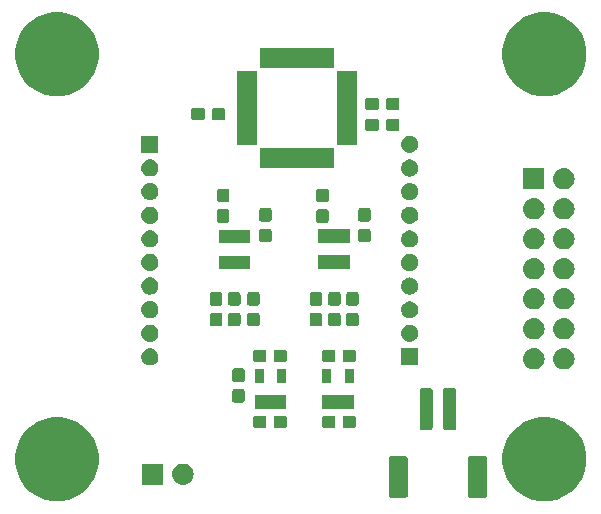
<source format=gbs>
G04 #@! TF.GenerationSoftware,KiCad,Pcbnew,(5.1.4)-1*
G04 #@! TF.CreationDate,2019-11-01T10:34:41-04:00*
G04 #@! TF.ProjectId,wiproc,77697072-6f63-42e6-9b69-6361645f7063,rev?*
G04 #@! TF.SameCoordinates,Original*
G04 #@! TF.FileFunction,Soldermask,Bot*
G04 #@! TF.FilePolarity,Negative*
%FSLAX46Y46*%
G04 Gerber Fmt 4.6, Leading zero omitted, Abs format (unit mm)*
G04 Created by KiCad (PCBNEW (5.1.4)-1) date 2019-11-01 10:34:41*
%MOMM*%
%LPD*%
G04 APERTURE LIST*
%ADD10C,0.100000*%
G04 APERTURE END LIST*
D10*
G36*
X159150730Y-104535655D02*
G01*
X159796935Y-104803322D01*
X160378503Y-105191913D01*
X160873087Y-105686497D01*
X161261678Y-106268065D01*
X161529345Y-106914270D01*
X161665800Y-107600277D01*
X161665800Y-108299723D01*
X161529345Y-108985730D01*
X161261678Y-109631935D01*
X160873087Y-110213503D01*
X160378503Y-110708087D01*
X159796935Y-111096678D01*
X159150730Y-111364345D01*
X158464723Y-111500800D01*
X157765277Y-111500800D01*
X157079270Y-111364345D01*
X156433065Y-111096678D01*
X155851497Y-110708087D01*
X155356913Y-110213503D01*
X154968322Y-109631935D01*
X154700655Y-108985730D01*
X154564200Y-108299723D01*
X154564200Y-107600277D01*
X154700655Y-106914270D01*
X154968322Y-106268065D01*
X155356913Y-105686497D01*
X155851497Y-105191913D01*
X156433065Y-104803322D01*
X157079270Y-104535655D01*
X157765277Y-104399200D01*
X158464723Y-104399200D01*
X159150730Y-104535655D01*
X159150730Y-104535655D01*
G37*
G36*
X117875730Y-104535655D02*
G01*
X118521935Y-104803322D01*
X119103503Y-105191913D01*
X119598087Y-105686497D01*
X119986678Y-106268065D01*
X120254345Y-106914270D01*
X120390800Y-107600277D01*
X120390800Y-108299723D01*
X120254345Y-108985730D01*
X119986678Y-109631935D01*
X119598087Y-110213503D01*
X119103503Y-110708087D01*
X118521935Y-111096678D01*
X117875730Y-111364345D01*
X117189723Y-111500800D01*
X116490277Y-111500800D01*
X115804270Y-111364345D01*
X115158065Y-111096678D01*
X114576497Y-110708087D01*
X114081913Y-110213503D01*
X113693322Y-109631935D01*
X113425655Y-108985730D01*
X113289200Y-108299723D01*
X113289200Y-107600277D01*
X113425655Y-106914270D01*
X113693322Y-106268065D01*
X114081913Y-105686497D01*
X114576497Y-105191913D01*
X115158065Y-104803322D01*
X115804270Y-104535655D01*
X116490277Y-104399200D01*
X117189723Y-104399200D01*
X117875730Y-104535655D01*
X117875730Y-104535655D01*
G37*
G36*
X146401476Y-107706317D02*
G01*
X146435668Y-107716690D01*
X146467176Y-107733531D01*
X146494800Y-107756200D01*
X146517469Y-107783824D01*
X146534310Y-107815332D01*
X146544683Y-107849524D01*
X146548800Y-107891328D01*
X146548800Y-111014672D01*
X146544683Y-111056476D01*
X146534310Y-111090668D01*
X146517469Y-111122176D01*
X146494800Y-111149800D01*
X146467176Y-111172469D01*
X146435668Y-111189310D01*
X146401476Y-111199683D01*
X146359672Y-111203800D01*
X145136328Y-111203800D01*
X145094524Y-111199683D01*
X145060332Y-111189310D01*
X145028824Y-111172469D01*
X145001200Y-111149800D01*
X144978531Y-111122176D01*
X144961690Y-111090668D01*
X144951317Y-111056476D01*
X144947200Y-111014672D01*
X144947200Y-107891328D01*
X144951317Y-107849524D01*
X144961690Y-107815332D01*
X144978531Y-107783824D01*
X145001200Y-107756200D01*
X145028824Y-107733531D01*
X145060332Y-107716690D01*
X145094524Y-107706317D01*
X145136328Y-107702200D01*
X146359672Y-107702200D01*
X146401476Y-107706317D01*
X146401476Y-107706317D01*
G37*
G36*
X153101476Y-107706317D02*
G01*
X153135668Y-107716690D01*
X153167176Y-107733531D01*
X153194800Y-107756200D01*
X153217469Y-107783824D01*
X153234310Y-107815332D01*
X153244683Y-107849524D01*
X153248800Y-107891328D01*
X153248800Y-111014672D01*
X153244683Y-111056476D01*
X153234310Y-111090668D01*
X153217469Y-111122176D01*
X153194800Y-111149800D01*
X153167176Y-111172469D01*
X153135668Y-111189310D01*
X153101476Y-111199683D01*
X153059672Y-111203800D01*
X151836328Y-111203800D01*
X151794524Y-111199683D01*
X151760332Y-111189310D01*
X151728824Y-111172469D01*
X151701200Y-111149800D01*
X151678531Y-111122176D01*
X151661690Y-111090668D01*
X151651317Y-111056476D01*
X151647200Y-111014672D01*
X151647200Y-107891328D01*
X151651317Y-107849524D01*
X151661690Y-107815332D01*
X151678531Y-107783824D01*
X151701200Y-107756200D01*
X151728824Y-107733531D01*
X151760332Y-107716690D01*
X151794524Y-107706317D01*
X151836328Y-107702200D01*
X153059672Y-107702200D01*
X153101476Y-107706317D01*
X153101476Y-107706317D01*
G37*
G36*
X125868800Y-110120800D02*
G01*
X124067200Y-110120800D01*
X124067200Y-108319200D01*
X125868800Y-108319200D01*
X125868800Y-110120800D01*
X125868800Y-110120800D01*
G37*
G36*
X127684588Y-108332233D02*
G01*
X127854388Y-108383742D01*
X128010881Y-108467389D01*
X128148044Y-108579956D01*
X128260611Y-108717119D01*
X128344258Y-108873612D01*
X128395767Y-109043412D01*
X128413159Y-109220000D01*
X128395767Y-109396588D01*
X128344258Y-109566388D01*
X128260611Y-109722881D01*
X128148044Y-109860044D01*
X128010881Y-109972611D01*
X127854388Y-110056258D01*
X127684588Y-110107767D01*
X127552259Y-110120800D01*
X127463741Y-110120800D01*
X127331412Y-110107767D01*
X127161612Y-110056258D01*
X127005119Y-109972611D01*
X126867956Y-109860044D01*
X126755389Y-109722881D01*
X126671742Y-109566388D01*
X126620233Y-109396588D01*
X126602841Y-109220000D01*
X126620233Y-109043412D01*
X126671742Y-108873612D01*
X126755389Y-108717119D01*
X126867956Y-108579956D01*
X127005119Y-108467389D01*
X127161612Y-108383742D01*
X127331412Y-108332233D01*
X127463741Y-108319200D01*
X127552259Y-108319200D01*
X127684588Y-108332233D01*
X127684588Y-108332233D01*
G37*
G36*
X150478116Y-101906874D02*
G01*
X150517754Y-101918898D01*
X150554288Y-101938425D01*
X150586302Y-101964698D01*
X150612575Y-101996712D01*
X150632102Y-102033246D01*
X150644126Y-102072884D01*
X150648800Y-102120334D01*
X150648800Y-105285666D01*
X150644126Y-105333116D01*
X150632102Y-105372754D01*
X150612575Y-105409288D01*
X150586302Y-105441302D01*
X150554288Y-105467575D01*
X150517754Y-105487102D01*
X150478116Y-105499126D01*
X150430666Y-105503800D01*
X149765334Y-105503800D01*
X149717884Y-105499126D01*
X149678246Y-105487102D01*
X149641712Y-105467575D01*
X149609698Y-105441302D01*
X149583425Y-105409288D01*
X149563898Y-105372754D01*
X149551874Y-105333116D01*
X149547200Y-105285666D01*
X149547200Y-102120334D01*
X149551874Y-102072884D01*
X149563898Y-102033246D01*
X149583425Y-101996712D01*
X149609698Y-101964698D01*
X149641712Y-101938425D01*
X149678246Y-101918898D01*
X149717884Y-101906874D01*
X149765334Y-101902200D01*
X150430666Y-101902200D01*
X150478116Y-101906874D01*
X150478116Y-101906874D01*
G37*
G36*
X148478116Y-101906874D02*
G01*
X148517754Y-101918898D01*
X148554288Y-101938425D01*
X148586302Y-101964698D01*
X148612575Y-101996712D01*
X148632102Y-102033246D01*
X148644126Y-102072884D01*
X148648800Y-102120334D01*
X148648800Y-105285666D01*
X148644126Y-105333116D01*
X148632102Y-105372754D01*
X148612575Y-105409288D01*
X148586302Y-105441302D01*
X148554288Y-105467575D01*
X148517754Y-105487102D01*
X148478116Y-105499126D01*
X148430666Y-105503800D01*
X147765334Y-105503800D01*
X147717884Y-105499126D01*
X147678246Y-105487102D01*
X147641712Y-105467575D01*
X147609698Y-105441302D01*
X147583425Y-105409288D01*
X147563898Y-105372754D01*
X147551874Y-105333116D01*
X147547200Y-105285666D01*
X147547200Y-102120334D01*
X147551874Y-102072884D01*
X147563898Y-102033246D01*
X147583425Y-101996712D01*
X147609698Y-101964698D01*
X147641712Y-101938425D01*
X147678246Y-101918898D01*
X147717884Y-101906874D01*
X147765334Y-101902200D01*
X148430666Y-101902200D01*
X148478116Y-101906874D01*
X148478116Y-101906874D01*
G37*
G36*
X134428181Y-104253634D02*
G01*
X134465471Y-104264946D01*
X134499840Y-104283316D01*
X134529963Y-104308037D01*
X134554684Y-104338160D01*
X134573054Y-104372529D01*
X134584366Y-104409819D01*
X134588800Y-104454836D01*
X134588800Y-105095164D01*
X134584366Y-105140181D01*
X134573054Y-105177471D01*
X134554684Y-105211840D01*
X134529963Y-105241963D01*
X134499840Y-105266684D01*
X134465471Y-105285054D01*
X134428181Y-105296366D01*
X134383164Y-105300800D01*
X133642836Y-105300800D01*
X133597819Y-105296366D01*
X133560529Y-105285054D01*
X133526160Y-105266684D01*
X133496037Y-105241963D01*
X133471316Y-105211840D01*
X133452946Y-105177471D01*
X133441634Y-105140181D01*
X133437200Y-105095164D01*
X133437200Y-104454836D01*
X133441634Y-104409819D01*
X133452946Y-104372529D01*
X133471316Y-104338160D01*
X133496037Y-104308037D01*
X133526160Y-104283316D01*
X133560529Y-104264946D01*
X133597819Y-104253634D01*
X133642836Y-104249200D01*
X134383164Y-104249200D01*
X134428181Y-104253634D01*
X134428181Y-104253634D01*
G37*
G36*
X136178181Y-104253634D02*
G01*
X136215471Y-104264946D01*
X136249840Y-104283316D01*
X136279963Y-104308037D01*
X136304684Y-104338160D01*
X136323054Y-104372529D01*
X136334366Y-104409819D01*
X136338800Y-104454836D01*
X136338800Y-105095164D01*
X136334366Y-105140181D01*
X136323054Y-105177471D01*
X136304684Y-105211840D01*
X136279963Y-105241963D01*
X136249840Y-105266684D01*
X136215471Y-105285054D01*
X136178181Y-105296366D01*
X136133164Y-105300800D01*
X135392836Y-105300800D01*
X135347819Y-105296366D01*
X135310529Y-105285054D01*
X135276160Y-105266684D01*
X135246037Y-105241963D01*
X135221316Y-105211840D01*
X135202946Y-105177471D01*
X135191634Y-105140181D01*
X135187200Y-105095164D01*
X135187200Y-104454836D01*
X135191634Y-104409819D01*
X135202946Y-104372529D01*
X135221316Y-104338160D01*
X135246037Y-104308037D01*
X135276160Y-104283316D01*
X135310529Y-104264946D01*
X135347819Y-104253634D01*
X135392836Y-104249200D01*
X136133164Y-104249200D01*
X136178181Y-104253634D01*
X136178181Y-104253634D01*
G37*
G36*
X140270181Y-104253634D02*
G01*
X140307471Y-104264946D01*
X140341840Y-104283316D01*
X140371963Y-104308037D01*
X140396684Y-104338160D01*
X140415054Y-104372529D01*
X140426366Y-104409819D01*
X140430800Y-104454836D01*
X140430800Y-105095164D01*
X140426366Y-105140181D01*
X140415054Y-105177471D01*
X140396684Y-105211840D01*
X140371963Y-105241963D01*
X140341840Y-105266684D01*
X140307471Y-105285054D01*
X140270181Y-105296366D01*
X140225164Y-105300800D01*
X139484836Y-105300800D01*
X139439819Y-105296366D01*
X139402529Y-105285054D01*
X139368160Y-105266684D01*
X139338037Y-105241963D01*
X139313316Y-105211840D01*
X139294946Y-105177471D01*
X139283634Y-105140181D01*
X139279200Y-105095164D01*
X139279200Y-104454836D01*
X139283634Y-104409819D01*
X139294946Y-104372529D01*
X139313316Y-104338160D01*
X139338037Y-104308037D01*
X139368160Y-104283316D01*
X139402529Y-104264946D01*
X139439819Y-104253634D01*
X139484836Y-104249200D01*
X140225164Y-104249200D01*
X140270181Y-104253634D01*
X140270181Y-104253634D01*
G37*
G36*
X142020181Y-104253634D02*
G01*
X142057471Y-104264946D01*
X142091840Y-104283316D01*
X142121963Y-104308037D01*
X142146684Y-104338160D01*
X142165054Y-104372529D01*
X142176366Y-104409819D01*
X142180800Y-104454836D01*
X142180800Y-105095164D01*
X142176366Y-105140181D01*
X142165054Y-105177471D01*
X142146684Y-105211840D01*
X142121963Y-105241963D01*
X142091840Y-105266684D01*
X142057471Y-105285054D01*
X142020181Y-105296366D01*
X141975164Y-105300800D01*
X141234836Y-105300800D01*
X141189819Y-105296366D01*
X141152529Y-105285054D01*
X141118160Y-105266684D01*
X141088037Y-105241963D01*
X141063316Y-105211840D01*
X141044946Y-105177471D01*
X141033634Y-105140181D01*
X141029200Y-105095164D01*
X141029200Y-104454836D01*
X141033634Y-104409819D01*
X141044946Y-104372529D01*
X141063316Y-104338160D01*
X141088037Y-104308037D01*
X141118160Y-104283316D01*
X141152529Y-104264946D01*
X141189819Y-104253634D01*
X141234836Y-104249200D01*
X141975164Y-104249200D01*
X142020181Y-104253634D01*
X142020181Y-104253634D01*
G37*
G36*
X136265800Y-103704800D02*
G01*
X133614200Y-103704800D01*
X133614200Y-102543200D01*
X136265800Y-102543200D01*
X136265800Y-103704800D01*
X136265800Y-103704800D01*
G37*
G36*
X141975800Y-103661800D02*
G01*
X139324200Y-103661800D01*
X139324200Y-102500200D01*
X141975800Y-102500200D01*
X141975800Y-103661800D01*
X141975800Y-103661800D01*
G37*
G36*
X132572181Y-102016634D02*
G01*
X132609471Y-102027946D01*
X132643840Y-102046316D01*
X132673963Y-102071037D01*
X132698684Y-102101160D01*
X132717054Y-102135529D01*
X132728366Y-102172819D01*
X132732800Y-102217836D01*
X132732800Y-102958164D01*
X132728366Y-103003181D01*
X132717054Y-103040471D01*
X132698684Y-103074840D01*
X132673963Y-103104963D01*
X132643840Y-103129684D01*
X132609471Y-103148054D01*
X132572181Y-103159366D01*
X132527164Y-103163800D01*
X131886836Y-103163800D01*
X131841819Y-103159366D01*
X131804529Y-103148054D01*
X131770160Y-103129684D01*
X131740037Y-103104963D01*
X131715316Y-103074840D01*
X131696946Y-103040471D01*
X131685634Y-103003181D01*
X131681200Y-102958164D01*
X131681200Y-102217836D01*
X131685634Y-102172819D01*
X131696946Y-102135529D01*
X131715316Y-102101160D01*
X131740037Y-102071037D01*
X131770160Y-102046316D01*
X131804529Y-102027946D01*
X131841819Y-102016634D01*
X131886836Y-102012200D01*
X132527164Y-102012200D01*
X132572181Y-102016634D01*
X132572181Y-102016634D01*
G37*
G36*
X136265800Y-101504800D02*
G01*
X135514200Y-101504800D01*
X135514200Y-100343200D01*
X136265800Y-100343200D01*
X136265800Y-101504800D01*
X136265800Y-101504800D01*
G37*
G36*
X134365800Y-101504800D02*
G01*
X133614200Y-101504800D01*
X133614200Y-100343200D01*
X134365800Y-100343200D01*
X134365800Y-101504800D01*
X134365800Y-101504800D01*
G37*
G36*
X141975800Y-101461800D02*
G01*
X141224200Y-101461800D01*
X141224200Y-100300200D01*
X141975800Y-100300200D01*
X141975800Y-101461800D01*
X141975800Y-101461800D01*
G37*
G36*
X140075800Y-101461800D02*
G01*
X139324200Y-101461800D01*
X139324200Y-100300200D01*
X140075800Y-100300200D01*
X140075800Y-101461800D01*
X140075800Y-101461800D01*
G37*
G36*
X132572181Y-100266634D02*
G01*
X132609471Y-100277946D01*
X132643840Y-100296316D01*
X132673963Y-100321037D01*
X132698684Y-100351160D01*
X132717054Y-100385529D01*
X132728366Y-100422819D01*
X132732800Y-100467836D01*
X132732800Y-101208164D01*
X132728366Y-101253181D01*
X132717054Y-101290471D01*
X132698684Y-101324840D01*
X132673963Y-101354963D01*
X132643840Y-101379684D01*
X132609471Y-101398054D01*
X132572181Y-101409366D01*
X132527164Y-101413800D01*
X131886836Y-101413800D01*
X131841819Y-101409366D01*
X131804529Y-101398054D01*
X131770160Y-101379684D01*
X131740037Y-101354963D01*
X131715316Y-101324840D01*
X131696946Y-101290471D01*
X131685634Y-101253181D01*
X131681200Y-101208164D01*
X131681200Y-100467836D01*
X131685634Y-100422819D01*
X131696946Y-100385529D01*
X131715316Y-100351160D01*
X131740037Y-100321037D01*
X131770160Y-100296316D01*
X131804529Y-100277946D01*
X131841819Y-100266634D01*
X131886836Y-100262200D01*
X132527164Y-100262200D01*
X132572181Y-100266634D01*
X132572181Y-100266634D01*
G37*
G36*
X159942588Y-98553233D02*
G01*
X160112388Y-98604742D01*
X160268881Y-98688389D01*
X160406044Y-98800956D01*
X160518611Y-98938119D01*
X160602258Y-99094612D01*
X160653767Y-99264412D01*
X160671159Y-99441000D01*
X160653767Y-99617588D01*
X160602258Y-99787388D01*
X160518611Y-99943881D01*
X160406044Y-100081044D01*
X160268881Y-100193611D01*
X160112388Y-100277258D01*
X159942588Y-100328767D01*
X159810259Y-100341800D01*
X159721741Y-100341800D01*
X159589412Y-100328767D01*
X159419612Y-100277258D01*
X159263119Y-100193611D01*
X159125956Y-100081044D01*
X159013389Y-99943881D01*
X158929742Y-99787388D01*
X158878233Y-99617588D01*
X158860841Y-99441000D01*
X158878233Y-99264412D01*
X158929742Y-99094612D01*
X159013389Y-98938119D01*
X159125956Y-98800956D01*
X159263119Y-98688389D01*
X159419612Y-98604742D01*
X159589412Y-98553233D01*
X159721741Y-98540200D01*
X159810259Y-98540200D01*
X159942588Y-98553233D01*
X159942588Y-98553233D01*
G37*
G36*
X157402588Y-98553233D02*
G01*
X157572388Y-98604742D01*
X157728881Y-98688389D01*
X157866044Y-98800956D01*
X157978611Y-98938119D01*
X158062258Y-99094612D01*
X158113767Y-99264412D01*
X158131159Y-99441000D01*
X158113767Y-99617588D01*
X158062258Y-99787388D01*
X157978611Y-99943881D01*
X157866044Y-100081044D01*
X157728881Y-100193611D01*
X157572388Y-100277258D01*
X157402588Y-100328767D01*
X157270259Y-100341800D01*
X157181741Y-100341800D01*
X157049412Y-100328767D01*
X156879612Y-100277258D01*
X156723119Y-100193611D01*
X156585956Y-100081044D01*
X156473389Y-99943881D01*
X156389742Y-99787388D01*
X156338233Y-99617588D01*
X156320841Y-99441000D01*
X156338233Y-99264412D01*
X156389742Y-99094612D01*
X156473389Y-98938119D01*
X156585956Y-98800956D01*
X156723119Y-98688389D01*
X156879612Y-98604742D01*
X157049412Y-98553233D01*
X157181741Y-98540200D01*
X157270259Y-98540200D01*
X157402588Y-98553233D01*
X157402588Y-98553233D01*
G37*
G36*
X147436200Y-100014400D02*
G01*
X145984600Y-100014400D01*
X145984600Y-98562800D01*
X147436200Y-98562800D01*
X147436200Y-100014400D01*
X147436200Y-100014400D01*
G37*
G36*
X124856281Y-98564702D02*
G01*
X124951593Y-98593615D01*
X124993095Y-98606204D01*
X125037014Y-98629680D01*
X125119183Y-98673599D01*
X125229701Y-98764299D01*
X125320401Y-98874817D01*
X125346743Y-98924100D01*
X125387796Y-99000905D01*
X125387796Y-99000906D01*
X125429298Y-99137719D01*
X125443312Y-99280000D01*
X125429298Y-99422281D01*
X125405361Y-99501189D01*
X125387796Y-99559095D01*
X125368092Y-99595959D01*
X125320401Y-99685183D01*
X125229701Y-99795701D01*
X125119183Y-99886401D01*
X125037014Y-99930320D01*
X124993095Y-99953796D01*
X124951593Y-99966385D01*
X124856281Y-99995298D01*
X124749657Y-100005800D01*
X124678343Y-100005800D01*
X124571719Y-99995298D01*
X124476407Y-99966385D01*
X124434905Y-99953796D01*
X124390986Y-99930320D01*
X124308817Y-99886401D01*
X124198299Y-99795701D01*
X124107599Y-99685183D01*
X124059908Y-99595959D01*
X124040204Y-99559095D01*
X124022639Y-99501189D01*
X123998702Y-99422281D01*
X123984688Y-99280000D01*
X123998702Y-99137719D01*
X124040204Y-99000906D01*
X124040204Y-99000905D01*
X124081257Y-98924100D01*
X124107599Y-98874817D01*
X124198299Y-98764299D01*
X124308817Y-98673599D01*
X124390986Y-98629680D01*
X124434905Y-98606204D01*
X124476407Y-98593615D01*
X124571719Y-98564702D01*
X124678343Y-98554200D01*
X124749657Y-98554200D01*
X124856281Y-98564702D01*
X124856281Y-98564702D01*
G37*
G36*
X134428181Y-98665634D02*
G01*
X134465471Y-98676946D01*
X134499840Y-98695316D01*
X134529963Y-98720037D01*
X134554684Y-98750160D01*
X134573054Y-98784529D01*
X134584366Y-98821819D01*
X134588800Y-98866836D01*
X134588800Y-99507164D01*
X134584366Y-99552181D01*
X134573054Y-99589471D01*
X134554684Y-99623840D01*
X134529963Y-99653963D01*
X134499840Y-99678684D01*
X134465471Y-99697054D01*
X134428181Y-99708366D01*
X134383164Y-99712800D01*
X133642836Y-99712800D01*
X133597819Y-99708366D01*
X133560529Y-99697054D01*
X133526160Y-99678684D01*
X133496037Y-99653963D01*
X133471316Y-99623840D01*
X133452946Y-99589471D01*
X133441634Y-99552181D01*
X133437200Y-99507164D01*
X133437200Y-98866836D01*
X133441634Y-98821819D01*
X133452946Y-98784529D01*
X133471316Y-98750160D01*
X133496037Y-98720037D01*
X133526160Y-98695316D01*
X133560529Y-98676946D01*
X133597819Y-98665634D01*
X133642836Y-98661200D01*
X134383164Y-98661200D01*
X134428181Y-98665634D01*
X134428181Y-98665634D01*
G37*
G36*
X140270181Y-98665634D02*
G01*
X140307471Y-98676946D01*
X140341840Y-98695316D01*
X140371963Y-98720037D01*
X140396684Y-98750160D01*
X140415054Y-98784529D01*
X140426366Y-98821819D01*
X140430800Y-98866836D01*
X140430800Y-99507164D01*
X140426366Y-99552181D01*
X140415054Y-99589471D01*
X140396684Y-99623840D01*
X140371963Y-99653963D01*
X140341840Y-99678684D01*
X140307471Y-99697054D01*
X140270181Y-99708366D01*
X140225164Y-99712800D01*
X139484836Y-99712800D01*
X139439819Y-99708366D01*
X139402529Y-99697054D01*
X139368160Y-99678684D01*
X139338037Y-99653963D01*
X139313316Y-99623840D01*
X139294946Y-99589471D01*
X139283634Y-99552181D01*
X139279200Y-99507164D01*
X139279200Y-98866836D01*
X139283634Y-98821819D01*
X139294946Y-98784529D01*
X139313316Y-98750160D01*
X139338037Y-98720037D01*
X139368160Y-98695316D01*
X139402529Y-98676946D01*
X139439819Y-98665634D01*
X139484836Y-98661200D01*
X140225164Y-98661200D01*
X140270181Y-98665634D01*
X140270181Y-98665634D01*
G37*
G36*
X142020181Y-98665634D02*
G01*
X142057471Y-98676946D01*
X142091840Y-98695316D01*
X142121963Y-98720037D01*
X142146684Y-98750160D01*
X142165054Y-98784529D01*
X142176366Y-98821819D01*
X142180800Y-98866836D01*
X142180800Y-99507164D01*
X142176366Y-99552181D01*
X142165054Y-99589471D01*
X142146684Y-99623840D01*
X142121963Y-99653963D01*
X142091840Y-99678684D01*
X142057471Y-99697054D01*
X142020181Y-99708366D01*
X141975164Y-99712800D01*
X141234836Y-99712800D01*
X141189819Y-99708366D01*
X141152529Y-99697054D01*
X141118160Y-99678684D01*
X141088037Y-99653963D01*
X141063316Y-99623840D01*
X141044946Y-99589471D01*
X141033634Y-99552181D01*
X141029200Y-99507164D01*
X141029200Y-98866836D01*
X141033634Y-98821819D01*
X141044946Y-98784529D01*
X141063316Y-98750160D01*
X141088037Y-98720037D01*
X141118160Y-98695316D01*
X141152529Y-98676946D01*
X141189819Y-98665634D01*
X141234836Y-98661200D01*
X141975164Y-98661200D01*
X142020181Y-98665634D01*
X142020181Y-98665634D01*
G37*
G36*
X136178181Y-98665634D02*
G01*
X136215471Y-98676946D01*
X136249840Y-98695316D01*
X136279963Y-98720037D01*
X136304684Y-98750160D01*
X136323054Y-98784529D01*
X136334366Y-98821819D01*
X136338800Y-98866836D01*
X136338800Y-99507164D01*
X136334366Y-99552181D01*
X136323054Y-99589471D01*
X136304684Y-99623840D01*
X136279963Y-99653963D01*
X136249840Y-99678684D01*
X136215471Y-99697054D01*
X136178181Y-99708366D01*
X136133164Y-99712800D01*
X135392836Y-99712800D01*
X135347819Y-99708366D01*
X135310529Y-99697054D01*
X135276160Y-99678684D01*
X135246037Y-99653963D01*
X135221316Y-99623840D01*
X135202946Y-99589471D01*
X135191634Y-99552181D01*
X135187200Y-99507164D01*
X135187200Y-98866836D01*
X135191634Y-98821819D01*
X135202946Y-98784529D01*
X135221316Y-98750160D01*
X135246037Y-98720037D01*
X135276160Y-98695316D01*
X135310529Y-98676946D01*
X135347819Y-98665634D01*
X135392836Y-98661200D01*
X136133164Y-98661200D01*
X136178181Y-98665634D01*
X136178181Y-98665634D01*
G37*
G36*
X146852681Y-96573302D02*
G01*
X146947993Y-96602215D01*
X146989495Y-96614804D01*
X147006321Y-96623798D01*
X147115583Y-96682199D01*
X147226101Y-96772899D01*
X147316801Y-96883417D01*
X147360720Y-96965586D01*
X147384196Y-97009505D01*
X147384196Y-97009506D01*
X147425698Y-97146319D01*
X147439712Y-97288600D01*
X147425698Y-97430881D01*
X147396785Y-97526193D01*
X147384196Y-97567695D01*
X147360720Y-97611614D01*
X147316801Y-97693783D01*
X147226101Y-97804301D01*
X147115583Y-97895001D01*
X147033414Y-97938920D01*
X146989495Y-97962396D01*
X146947993Y-97974985D01*
X146852681Y-98003898D01*
X146746057Y-98014400D01*
X146674743Y-98014400D01*
X146568119Y-98003898D01*
X146472807Y-97974985D01*
X146431305Y-97962396D01*
X146387386Y-97938920D01*
X146305217Y-97895001D01*
X146194699Y-97804301D01*
X146103999Y-97693783D01*
X146060080Y-97611614D01*
X146036604Y-97567695D01*
X146024015Y-97526193D01*
X145995102Y-97430881D01*
X145981088Y-97288600D01*
X145995102Y-97146319D01*
X146036604Y-97009506D01*
X146036604Y-97009505D01*
X146060080Y-96965586D01*
X146103999Y-96883417D01*
X146194699Y-96772899D01*
X146305217Y-96682199D01*
X146414479Y-96623798D01*
X146431305Y-96614804D01*
X146472807Y-96602215D01*
X146568119Y-96573302D01*
X146674743Y-96562800D01*
X146746057Y-96562800D01*
X146852681Y-96573302D01*
X146852681Y-96573302D01*
G37*
G36*
X124856281Y-96564702D02*
G01*
X124919762Y-96583959D01*
X124993095Y-96606204D01*
X125009184Y-96614804D01*
X125119183Y-96673599D01*
X125229701Y-96764299D01*
X125320401Y-96874817D01*
X125364320Y-96956986D01*
X125387796Y-97000905D01*
X125390405Y-97009506D01*
X125429298Y-97137719D01*
X125443312Y-97280000D01*
X125429298Y-97422281D01*
X125400385Y-97517593D01*
X125387796Y-97559095D01*
X125383199Y-97567695D01*
X125320401Y-97685183D01*
X125229701Y-97795701D01*
X125119183Y-97886401D01*
X125037014Y-97930320D01*
X124993095Y-97953796D01*
X124964744Y-97962396D01*
X124856281Y-97995298D01*
X124749657Y-98005800D01*
X124678343Y-98005800D01*
X124571719Y-97995298D01*
X124463256Y-97962396D01*
X124434905Y-97953796D01*
X124390986Y-97930320D01*
X124308817Y-97886401D01*
X124198299Y-97795701D01*
X124107599Y-97685183D01*
X124044801Y-97567695D01*
X124040204Y-97559095D01*
X124027615Y-97517593D01*
X123998702Y-97422281D01*
X123984688Y-97280000D01*
X123998702Y-97137719D01*
X124037595Y-97009506D01*
X124040204Y-97000905D01*
X124063680Y-96956986D01*
X124107599Y-96874817D01*
X124198299Y-96764299D01*
X124308817Y-96673599D01*
X124418816Y-96614804D01*
X124434905Y-96606204D01*
X124508238Y-96583959D01*
X124571719Y-96564702D01*
X124678343Y-96554200D01*
X124749657Y-96554200D01*
X124856281Y-96564702D01*
X124856281Y-96564702D01*
G37*
G36*
X159942588Y-96013233D02*
G01*
X160112388Y-96064742D01*
X160268881Y-96148389D01*
X160406044Y-96260956D01*
X160518611Y-96398119D01*
X160602258Y-96554612D01*
X160653767Y-96724412D01*
X160671159Y-96901000D01*
X160653767Y-97077588D01*
X160602258Y-97247388D01*
X160518611Y-97403881D01*
X160406044Y-97541044D01*
X160268881Y-97653611D01*
X160112388Y-97737258D01*
X159942588Y-97788767D01*
X159810259Y-97801800D01*
X159721741Y-97801800D01*
X159589412Y-97788767D01*
X159419612Y-97737258D01*
X159263119Y-97653611D01*
X159125956Y-97541044D01*
X159013389Y-97403881D01*
X158929742Y-97247388D01*
X158878233Y-97077588D01*
X158860841Y-96901000D01*
X158878233Y-96724412D01*
X158929742Y-96554612D01*
X159013389Y-96398119D01*
X159125956Y-96260956D01*
X159263119Y-96148389D01*
X159419612Y-96064742D01*
X159589412Y-96013233D01*
X159721741Y-96000200D01*
X159810259Y-96000200D01*
X159942588Y-96013233D01*
X159942588Y-96013233D01*
G37*
G36*
X157402588Y-96013233D02*
G01*
X157572388Y-96064742D01*
X157728881Y-96148389D01*
X157866044Y-96260956D01*
X157978611Y-96398119D01*
X158062258Y-96554612D01*
X158113767Y-96724412D01*
X158131159Y-96901000D01*
X158113767Y-97077588D01*
X158062258Y-97247388D01*
X157978611Y-97403881D01*
X157866044Y-97541044D01*
X157728881Y-97653611D01*
X157572388Y-97737258D01*
X157402588Y-97788767D01*
X157270259Y-97801800D01*
X157181741Y-97801800D01*
X157049412Y-97788767D01*
X156879612Y-97737258D01*
X156723119Y-97653611D01*
X156585956Y-97541044D01*
X156473389Y-97403881D01*
X156389742Y-97247388D01*
X156338233Y-97077588D01*
X156320841Y-96901000D01*
X156338233Y-96724412D01*
X156389742Y-96554612D01*
X156473389Y-96398119D01*
X156585956Y-96260956D01*
X156723119Y-96148389D01*
X156879612Y-96064742D01*
X157049412Y-96013233D01*
X157181741Y-96000200D01*
X157270259Y-96000200D01*
X157402588Y-96013233D01*
X157402588Y-96013233D01*
G37*
G36*
X140700181Y-95553634D02*
G01*
X140737471Y-95564946D01*
X140771840Y-95583316D01*
X140801963Y-95608037D01*
X140826684Y-95638160D01*
X140845054Y-95672529D01*
X140856366Y-95709819D01*
X140860800Y-95754836D01*
X140860800Y-96495164D01*
X140856366Y-96540181D01*
X140845054Y-96577471D01*
X140826684Y-96611840D01*
X140801963Y-96641963D01*
X140771840Y-96666684D01*
X140737471Y-96685054D01*
X140700181Y-96696366D01*
X140655164Y-96700800D01*
X140014836Y-96700800D01*
X139969819Y-96696366D01*
X139932529Y-96685054D01*
X139898160Y-96666684D01*
X139868037Y-96641963D01*
X139843316Y-96611840D01*
X139824946Y-96577471D01*
X139813634Y-96540181D01*
X139809200Y-96495164D01*
X139809200Y-95754836D01*
X139813634Y-95709819D01*
X139824946Y-95672529D01*
X139843316Y-95638160D01*
X139868037Y-95608037D01*
X139898160Y-95583316D01*
X139932529Y-95564946D01*
X139969819Y-95553634D01*
X140014836Y-95549200D01*
X140655164Y-95549200D01*
X140700181Y-95553634D01*
X140700181Y-95553634D01*
G37*
G36*
X133842181Y-95553634D02*
G01*
X133879471Y-95564946D01*
X133913840Y-95583316D01*
X133943963Y-95608037D01*
X133968684Y-95638160D01*
X133987054Y-95672529D01*
X133998366Y-95709819D01*
X134002800Y-95754836D01*
X134002800Y-96495164D01*
X133998366Y-96540181D01*
X133987054Y-96577471D01*
X133968684Y-96611840D01*
X133943963Y-96641963D01*
X133913840Y-96666684D01*
X133879471Y-96685054D01*
X133842181Y-96696366D01*
X133797164Y-96700800D01*
X133156836Y-96700800D01*
X133111819Y-96696366D01*
X133074529Y-96685054D01*
X133040160Y-96666684D01*
X133010037Y-96641963D01*
X132985316Y-96611840D01*
X132966946Y-96577471D01*
X132955634Y-96540181D01*
X132951200Y-96495164D01*
X132951200Y-95754836D01*
X132955634Y-95709819D01*
X132966946Y-95672529D01*
X132985316Y-95638160D01*
X133010037Y-95608037D01*
X133040160Y-95583316D01*
X133074529Y-95564946D01*
X133111819Y-95553634D01*
X133156836Y-95549200D01*
X133797164Y-95549200D01*
X133842181Y-95553634D01*
X133842181Y-95553634D01*
G37*
G36*
X130692581Y-95553634D02*
G01*
X130729871Y-95564946D01*
X130764240Y-95583316D01*
X130794363Y-95608037D01*
X130819084Y-95638160D01*
X130837454Y-95672529D01*
X130848766Y-95709819D01*
X130853200Y-95754836D01*
X130853200Y-96495164D01*
X130848766Y-96540181D01*
X130837454Y-96577471D01*
X130819084Y-96611840D01*
X130794363Y-96641963D01*
X130764240Y-96666684D01*
X130729871Y-96685054D01*
X130692581Y-96696366D01*
X130647564Y-96700800D01*
X130007236Y-96700800D01*
X129962219Y-96696366D01*
X129924929Y-96685054D01*
X129890560Y-96666684D01*
X129860437Y-96641963D01*
X129835716Y-96611840D01*
X129817346Y-96577471D01*
X129806034Y-96540181D01*
X129801600Y-96495164D01*
X129801600Y-95754836D01*
X129806034Y-95709819D01*
X129817346Y-95672529D01*
X129835716Y-95638160D01*
X129860437Y-95608037D01*
X129890560Y-95583316D01*
X129924929Y-95564946D01*
X129962219Y-95553634D01*
X130007236Y-95549200D01*
X130647564Y-95549200D01*
X130692581Y-95553634D01*
X130692581Y-95553634D01*
G37*
G36*
X132229281Y-95553634D02*
G01*
X132266571Y-95564946D01*
X132300940Y-95583316D01*
X132331063Y-95608037D01*
X132355784Y-95638160D01*
X132374154Y-95672529D01*
X132385466Y-95709819D01*
X132389900Y-95754836D01*
X132389900Y-96495164D01*
X132385466Y-96540181D01*
X132374154Y-96577471D01*
X132355784Y-96611840D01*
X132331063Y-96641963D01*
X132300940Y-96666684D01*
X132266571Y-96685054D01*
X132229281Y-96696366D01*
X132184264Y-96700800D01*
X131543936Y-96700800D01*
X131498919Y-96696366D01*
X131461629Y-96685054D01*
X131427260Y-96666684D01*
X131397137Y-96641963D01*
X131372416Y-96611840D01*
X131354046Y-96577471D01*
X131342734Y-96540181D01*
X131338300Y-96495164D01*
X131338300Y-95754836D01*
X131342734Y-95709819D01*
X131354046Y-95672529D01*
X131372416Y-95638160D01*
X131397137Y-95608037D01*
X131427260Y-95583316D01*
X131461629Y-95564946D01*
X131498919Y-95553634D01*
X131543936Y-95549200D01*
X132184264Y-95549200D01*
X132229281Y-95553634D01*
X132229281Y-95553634D01*
G37*
G36*
X142224181Y-95553634D02*
G01*
X142261471Y-95564946D01*
X142295840Y-95583316D01*
X142325963Y-95608037D01*
X142350684Y-95638160D01*
X142369054Y-95672529D01*
X142380366Y-95709819D01*
X142384800Y-95754836D01*
X142384800Y-96495164D01*
X142380366Y-96540181D01*
X142369054Y-96577471D01*
X142350684Y-96611840D01*
X142325963Y-96641963D01*
X142295840Y-96666684D01*
X142261471Y-96685054D01*
X142224181Y-96696366D01*
X142179164Y-96700800D01*
X141538836Y-96700800D01*
X141493819Y-96696366D01*
X141456529Y-96685054D01*
X141422160Y-96666684D01*
X141392037Y-96641963D01*
X141367316Y-96611840D01*
X141348946Y-96577471D01*
X141337634Y-96540181D01*
X141333200Y-96495164D01*
X141333200Y-95754836D01*
X141337634Y-95709819D01*
X141348946Y-95672529D01*
X141367316Y-95638160D01*
X141392037Y-95608037D01*
X141422160Y-95583316D01*
X141456529Y-95564946D01*
X141493819Y-95553634D01*
X141538836Y-95549200D01*
X142179164Y-95549200D01*
X142224181Y-95553634D01*
X142224181Y-95553634D01*
G37*
G36*
X139138081Y-95553634D02*
G01*
X139175371Y-95564946D01*
X139209740Y-95583316D01*
X139239863Y-95608037D01*
X139264584Y-95638160D01*
X139282954Y-95672529D01*
X139294266Y-95709819D01*
X139298700Y-95754836D01*
X139298700Y-96495164D01*
X139294266Y-96540181D01*
X139282954Y-96577471D01*
X139264584Y-96611840D01*
X139239863Y-96641963D01*
X139209740Y-96666684D01*
X139175371Y-96685054D01*
X139138081Y-96696366D01*
X139093064Y-96700800D01*
X138452736Y-96700800D01*
X138407719Y-96696366D01*
X138370429Y-96685054D01*
X138336060Y-96666684D01*
X138305937Y-96641963D01*
X138281216Y-96611840D01*
X138262846Y-96577471D01*
X138251534Y-96540181D01*
X138247100Y-96495164D01*
X138247100Y-95754836D01*
X138251534Y-95709819D01*
X138262846Y-95672529D01*
X138281216Y-95638160D01*
X138305937Y-95608037D01*
X138336060Y-95583316D01*
X138370429Y-95564946D01*
X138407719Y-95553634D01*
X138452736Y-95549200D01*
X139093064Y-95549200D01*
X139138081Y-95553634D01*
X139138081Y-95553634D01*
G37*
G36*
X146852681Y-94573302D02*
G01*
X146947993Y-94602215D01*
X146989495Y-94614804D01*
X147033414Y-94638280D01*
X147115583Y-94682199D01*
X147226101Y-94772899D01*
X147316801Y-94883417D01*
X147334582Y-94916684D01*
X147384196Y-95009505D01*
X147384196Y-95009506D01*
X147425698Y-95146319D01*
X147439712Y-95288600D01*
X147425698Y-95430881D01*
X147396785Y-95526193D01*
X147384196Y-95567695D01*
X147383385Y-95569212D01*
X147316801Y-95693783D01*
X147226101Y-95804301D01*
X147115583Y-95895001D01*
X147033414Y-95938920D01*
X146989495Y-95962396D01*
X146947993Y-95974985D01*
X146852681Y-96003898D01*
X146746057Y-96014400D01*
X146674743Y-96014400D01*
X146568119Y-96003898D01*
X146472807Y-95974985D01*
X146431305Y-95962396D01*
X146387386Y-95938920D01*
X146305217Y-95895001D01*
X146194699Y-95804301D01*
X146103999Y-95693783D01*
X146037415Y-95569212D01*
X146036604Y-95567695D01*
X146024015Y-95526193D01*
X145995102Y-95430881D01*
X145981088Y-95288600D01*
X145995102Y-95146319D01*
X146036604Y-95009506D01*
X146036604Y-95009505D01*
X146086218Y-94916684D01*
X146103999Y-94883417D01*
X146194699Y-94772899D01*
X146305217Y-94682199D01*
X146387386Y-94638280D01*
X146431305Y-94614804D01*
X146472807Y-94602215D01*
X146568119Y-94573302D01*
X146674743Y-94562800D01*
X146746057Y-94562800D01*
X146852681Y-94573302D01*
X146852681Y-94573302D01*
G37*
G36*
X124856281Y-94564702D02*
G01*
X124951593Y-94593615D01*
X124993095Y-94606204D01*
X125009184Y-94614804D01*
X125119183Y-94673599D01*
X125229701Y-94764299D01*
X125320401Y-94874817D01*
X125352598Y-94935054D01*
X125387796Y-95000905D01*
X125390405Y-95009506D01*
X125429298Y-95137719D01*
X125443312Y-95280000D01*
X125429298Y-95422281D01*
X125400385Y-95517593D01*
X125387796Y-95559095D01*
X125383199Y-95567695D01*
X125320401Y-95685183D01*
X125229701Y-95795701D01*
X125119183Y-95886401D01*
X125037014Y-95930320D01*
X124993095Y-95953796D01*
X124964744Y-95962396D01*
X124856281Y-95995298D01*
X124749657Y-96005800D01*
X124678343Y-96005800D01*
X124571719Y-95995298D01*
X124463256Y-95962396D01*
X124434905Y-95953796D01*
X124390986Y-95930320D01*
X124308817Y-95886401D01*
X124198299Y-95795701D01*
X124107599Y-95685183D01*
X124044801Y-95567695D01*
X124040204Y-95559095D01*
X124027615Y-95517593D01*
X123998702Y-95422281D01*
X123984688Y-95280000D01*
X123998702Y-95137719D01*
X124037595Y-95009506D01*
X124040204Y-95000905D01*
X124075402Y-94935054D01*
X124107599Y-94874817D01*
X124198299Y-94764299D01*
X124308817Y-94673599D01*
X124418816Y-94614804D01*
X124434905Y-94606204D01*
X124476407Y-94593615D01*
X124571719Y-94564702D01*
X124678343Y-94554200D01*
X124749657Y-94554200D01*
X124856281Y-94564702D01*
X124856281Y-94564702D01*
G37*
G36*
X159942588Y-93473233D02*
G01*
X160112388Y-93524742D01*
X160268881Y-93608389D01*
X160406044Y-93720956D01*
X160518611Y-93858119D01*
X160602258Y-94014612D01*
X160653767Y-94184412D01*
X160671159Y-94361000D01*
X160653767Y-94537588D01*
X160602258Y-94707388D01*
X160518611Y-94863881D01*
X160406044Y-95001044D01*
X160268881Y-95113611D01*
X160112388Y-95197258D01*
X159942588Y-95248767D01*
X159810259Y-95261800D01*
X159721741Y-95261800D01*
X159589412Y-95248767D01*
X159419612Y-95197258D01*
X159263119Y-95113611D01*
X159125956Y-95001044D01*
X159013389Y-94863881D01*
X158929742Y-94707388D01*
X158878233Y-94537588D01*
X158860841Y-94361000D01*
X158878233Y-94184412D01*
X158929742Y-94014612D01*
X159013389Y-93858119D01*
X159125956Y-93720956D01*
X159263119Y-93608389D01*
X159419612Y-93524742D01*
X159589412Y-93473233D01*
X159721741Y-93460200D01*
X159810259Y-93460200D01*
X159942588Y-93473233D01*
X159942588Y-93473233D01*
G37*
G36*
X157402588Y-93473233D02*
G01*
X157572388Y-93524742D01*
X157728881Y-93608389D01*
X157866044Y-93720956D01*
X157978611Y-93858119D01*
X158062258Y-94014612D01*
X158113767Y-94184412D01*
X158131159Y-94361000D01*
X158113767Y-94537588D01*
X158062258Y-94707388D01*
X157978611Y-94863881D01*
X157866044Y-95001044D01*
X157728881Y-95113611D01*
X157572388Y-95197258D01*
X157402588Y-95248767D01*
X157270259Y-95261800D01*
X157181741Y-95261800D01*
X157049412Y-95248767D01*
X156879612Y-95197258D01*
X156723119Y-95113611D01*
X156585956Y-95001044D01*
X156473389Y-94863881D01*
X156389742Y-94707388D01*
X156338233Y-94537588D01*
X156320841Y-94361000D01*
X156338233Y-94184412D01*
X156389742Y-94014612D01*
X156473389Y-93858119D01*
X156585956Y-93720956D01*
X156723119Y-93608389D01*
X156879612Y-93524742D01*
X157049412Y-93473233D01*
X157181741Y-93460200D01*
X157270259Y-93460200D01*
X157402588Y-93473233D01*
X157402588Y-93473233D01*
G37*
G36*
X132229281Y-93803634D02*
G01*
X132266571Y-93814946D01*
X132300940Y-93833316D01*
X132331063Y-93858037D01*
X132355784Y-93888160D01*
X132374154Y-93922529D01*
X132385466Y-93959819D01*
X132389900Y-94004836D01*
X132389900Y-94745164D01*
X132385466Y-94790181D01*
X132374154Y-94827471D01*
X132355784Y-94861840D01*
X132331063Y-94891963D01*
X132300940Y-94916684D01*
X132266571Y-94935054D01*
X132229281Y-94946366D01*
X132184264Y-94950800D01*
X131543936Y-94950800D01*
X131498919Y-94946366D01*
X131461629Y-94935054D01*
X131427260Y-94916684D01*
X131397137Y-94891963D01*
X131372416Y-94861840D01*
X131354046Y-94827471D01*
X131342734Y-94790181D01*
X131338300Y-94745164D01*
X131338300Y-94004836D01*
X131342734Y-93959819D01*
X131354046Y-93922529D01*
X131372416Y-93888160D01*
X131397137Y-93858037D01*
X131427260Y-93833316D01*
X131461629Y-93814946D01*
X131498919Y-93803634D01*
X131543936Y-93799200D01*
X132184264Y-93799200D01*
X132229281Y-93803634D01*
X132229281Y-93803634D01*
G37*
G36*
X133842181Y-93803634D02*
G01*
X133879471Y-93814946D01*
X133913840Y-93833316D01*
X133943963Y-93858037D01*
X133968684Y-93888160D01*
X133987054Y-93922529D01*
X133998366Y-93959819D01*
X134002800Y-94004836D01*
X134002800Y-94745164D01*
X133998366Y-94790181D01*
X133987054Y-94827471D01*
X133968684Y-94861840D01*
X133943963Y-94891963D01*
X133913840Y-94916684D01*
X133879471Y-94935054D01*
X133842181Y-94946366D01*
X133797164Y-94950800D01*
X133156836Y-94950800D01*
X133111819Y-94946366D01*
X133074529Y-94935054D01*
X133040160Y-94916684D01*
X133010037Y-94891963D01*
X132985316Y-94861840D01*
X132966946Y-94827471D01*
X132955634Y-94790181D01*
X132951200Y-94745164D01*
X132951200Y-94004836D01*
X132955634Y-93959819D01*
X132966946Y-93922529D01*
X132985316Y-93888160D01*
X133010037Y-93858037D01*
X133040160Y-93833316D01*
X133074529Y-93814946D01*
X133111819Y-93803634D01*
X133156836Y-93799200D01*
X133797164Y-93799200D01*
X133842181Y-93803634D01*
X133842181Y-93803634D01*
G37*
G36*
X139138081Y-93803634D02*
G01*
X139175371Y-93814946D01*
X139209740Y-93833316D01*
X139239863Y-93858037D01*
X139264584Y-93888160D01*
X139282954Y-93922529D01*
X139294266Y-93959819D01*
X139298700Y-94004836D01*
X139298700Y-94745164D01*
X139294266Y-94790181D01*
X139282954Y-94827471D01*
X139264584Y-94861840D01*
X139239863Y-94891963D01*
X139209740Y-94916684D01*
X139175371Y-94935054D01*
X139138081Y-94946366D01*
X139093064Y-94950800D01*
X138452736Y-94950800D01*
X138407719Y-94946366D01*
X138370429Y-94935054D01*
X138336060Y-94916684D01*
X138305937Y-94891963D01*
X138281216Y-94861840D01*
X138262846Y-94827471D01*
X138251534Y-94790181D01*
X138247100Y-94745164D01*
X138247100Y-94004836D01*
X138251534Y-93959819D01*
X138262846Y-93922529D01*
X138281216Y-93888160D01*
X138305937Y-93858037D01*
X138336060Y-93833316D01*
X138370429Y-93814946D01*
X138407719Y-93803634D01*
X138452736Y-93799200D01*
X139093064Y-93799200D01*
X139138081Y-93803634D01*
X139138081Y-93803634D01*
G37*
G36*
X142224181Y-93803634D02*
G01*
X142261471Y-93814946D01*
X142295840Y-93833316D01*
X142325963Y-93858037D01*
X142350684Y-93888160D01*
X142369054Y-93922529D01*
X142380366Y-93959819D01*
X142384800Y-94004836D01*
X142384800Y-94745164D01*
X142380366Y-94790181D01*
X142369054Y-94827471D01*
X142350684Y-94861840D01*
X142325963Y-94891963D01*
X142295840Y-94916684D01*
X142261471Y-94935054D01*
X142224181Y-94946366D01*
X142179164Y-94950800D01*
X141538836Y-94950800D01*
X141493819Y-94946366D01*
X141456529Y-94935054D01*
X141422160Y-94916684D01*
X141392037Y-94891963D01*
X141367316Y-94861840D01*
X141348946Y-94827471D01*
X141337634Y-94790181D01*
X141333200Y-94745164D01*
X141333200Y-94004836D01*
X141337634Y-93959819D01*
X141348946Y-93922529D01*
X141367316Y-93888160D01*
X141392037Y-93858037D01*
X141422160Y-93833316D01*
X141456529Y-93814946D01*
X141493819Y-93803634D01*
X141538836Y-93799200D01*
X142179164Y-93799200D01*
X142224181Y-93803634D01*
X142224181Y-93803634D01*
G37*
G36*
X140700181Y-93803634D02*
G01*
X140737471Y-93814946D01*
X140771840Y-93833316D01*
X140801963Y-93858037D01*
X140826684Y-93888160D01*
X140845054Y-93922529D01*
X140856366Y-93959819D01*
X140860800Y-94004836D01*
X140860800Y-94745164D01*
X140856366Y-94790181D01*
X140845054Y-94827471D01*
X140826684Y-94861840D01*
X140801963Y-94891963D01*
X140771840Y-94916684D01*
X140737471Y-94935054D01*
X140700181Y-94946366D01*
X140655164Y-94950800D01*
X140014836Y-94950800D01*
X139969819Y-94946366D01*
X139932529Y-94935054D01*
X139898160Y-94916684D01*
X139868037Y-94891963D01*
X139843316Y-94861840D01*
X139824946Y-94827471D01*
X139813634Y-94790181D01*
X139809200Y-94745164D01*
X139809200Y-94004836D01*
X139813634Y-93959819D01*
X139824946Y-93922529D01*
X139843316Y-93888160D01*
X139868037Y-93858037D01*
X139898160Y-93833316D01*
X139932529Y-93814946D01*
X139969819Y-93803634D01*
X140014836Y-93799200D01*
X140655164Y-93799200D01*
X140700181Y-93803634D01*
X140700181Y-93803634D01*
G37*
G36*
X130692581Y-93803634D02*
G01*
X130729871Y-93814946D01*
X130764240Y-93833316D01*
X130794363Y-93858037D01*
X130819084Y-93888160D01*
X130837454Y-93922529D01*
X130848766Y-93959819D01*
X130853200Y-94004836D01*
X130853200Y-94745164D01*
X130848766Y-94790181D01*
X130837454Y-94827471D01*
X130819084Y-94861840D01*
X130794363Y-94891963D01*
X130764240Y-94916684D01*
X130729871Y-94935054D01*
X130692581Y-94946366D01*
X130647564Y-94950800D01*
X130007236Y-94950800D01*
X129962219Y-94946366D01*
X129924929Y-94935054D01*
X129890560Y-94916684D01*
X129860437Y-94891963D01*
X129835716Y-94861840D01*
X129817346Y-94827471D01*
X129806034Y-94790181D01*
X129801600Y-94745164D01*
X129801600Y-94004836D01*
X129806034Y-93959819D01*
X129817346Y-93922529D01*
X129835716Y-93888160D01*
X129860437Y-93858037D01*
X129890560Y-93833316D01*
X129924929Y-93814946D01*
X129962219Y-93803634D01*
X130007236Y-93799200D01*
X130647564Y-93799200D01*
X130692581Y-93803634D01*
X130692581Y-93803634D01*
G37*
G36*
X146852681Y-92573302D02*
G01*
X146947993Y-92602215D01*
X146989495Y-92614804D01*
X147033414Y-92638280D01*
X147115583Y-92682199D01*
X147226101Y-92772899D01*
X147316801Y-92883417D01*
X147360720Y-92965586D01*
X147384196Y-93009505D01*
X147384196Y-93009506D01*
X147425698Y-93146319D01*
X147439712Y-93288600D01*
X147425698Y-93430881D01*
X147412850Y-93473234D01*
X147384196Y-93567695D01*
X147362444Y-93608389D01*
X147316801Y-93693783D01*
X147226101Y-93804301D01*
X147115583Y-93895001D01*
X147033414Y-93938920D01*
X146989495Y-93962396D01*
X146947993Y-93974985D01*
X146852681Y-94003898D01*
X146746057Y-94014400D01*
X146674743Y-94014400D01*
X146568119Y-94003898D01*
X146472807Y-93974985D01*
X146431305Y-93962396D01*
X146387386Y-93938920D01*
X146305217Y-93895001D01*
X146194699Y-93804301D01*
X146103999Y-93693783D01*
X146058356Y-93608389D01*
X146036604Y-93567695D01*
X146007950Y-93473234D01*
X145995102Y-93430881D01*
X145981088Y-93288600D01*
X145995102Y-93146319D01*
X146036604Y-93009506D01*
X146036604Y-93009505D01*
X146060080Y-92965586D01*
X146103999Y-92883417D01*
X146194699Y-92772899D01*
X146305217Y-92682199D01*
X146387386Y-92638280D01*
X146431305Y-92614804D01*
X146472807Y-92602215D01*
X146568119Y-92573302D01*
X146674743Y-92562800D01*
X146746057Y-92562800D01*
X146852681Y-92573302D01*
X146852681Y-92573302D01*
G37*
G36*
X124856281Y-92564702D02*
G01*
X124951593Y-92593615D01*
X124993095Y-92606204D01*
X125009184Y-92614804D01*
X125119183Y-92673599D01*
X125229701Y-92764299D01*
X125320401Y-92874817D01*
X125364320Y-92956986D01*
X125387796Y-93000905D01*
X125390405Y-93009506D01*
X125429298Y-93137719D01*
X125443312Y-93280000D01*
X125429298Y-93422281D01*
X125413841Y-93473234D01*
X125387796Y-93559095D01*
X125383199Y-93567695D01*
X125320401Y-93685183D01*
X125229701Y-93795701D01*
X125119183Y-93886401D01*
X125051591Y-93922529D01*
X124993095Y-93953796D01*
X124973239Y-93959819D01*
X124856281Y-93995298D01*
X124749657Y-94005800D01*
X124678343Y-94005800D01*
X124571719Y-93995298D01*
X124454761Y-93959819D01*
X124434905Y-93953796D01*
X124376409Y-93922529D01*
X124308817Y-93886401D01*
X124198299Y-93795701D01*
X124107599Y-93685183D01*
X124044801Y-93567695D01*
X124040204Y-93559095D01*
X124014159Y-93473234D01*
X123998702Y-93422281D01*
X123984688Y-93280000D01*
X123998702Y-93137719D01*
X124037595Y-93009506D01*
X124040204Y-93000905D01*
X124063680Y-92956986D01*
X124107599Y-92874817D01*
X124198299Y-92764299D01*
X124308817Y-92673599D01*
X124418816Y-92614804D01*
X124434905Y-92606204D01*
X124476407Y-92593615D01*
X124571719Y-92564702D01*
X124678343Y-92554200D01*
X124749657Y-92554200D01*
X124856281Y-92564702D01*
X124856281Y-92564702D01*
G37*
G36*
X157402588Y-90933233D02*
G01*
X157572388Y-90984742D01*
X157728881Y-91068389D01*
X157866044Y-91180956D01*
X157978611Y-91318119D01*
X158062258Y-91474612D01*
X158113767Y-91644412D01*
X158131159Y-91821000D01*
X158113767Y-91997588D01*
X158062258Y-92167388D01*
X157978611Y-92323881D01*
X157866044Y-92461044D01*
X157728881Y-92573611D01*
X157572388Y-92657258D01*
X157402588Y-92708767D01*
X157270259Y-92721800D01*
X157181741Y-92721800D01*
X157049412Y-92708767D01*
X156879612Y-92657258D01*
X156723119Y-92573611D01*
X156585956Y-92461044D01*
X156473389Y-92323881D01*
X156389742Y-92167388D01*
X156338233Y-91997588D01*
X156320841Y-91821000D01*
X156338233Y-91644412D01*
X156389742Y-91474612D01*
X156473389Y-91318119D01*
X156585956Y-91180956D01*
X156723119Y-91068389D01*
X156879612Y-90984742D01*
X157049412Y-90933233D01*
X157181741Y-90920200D01*
X157270259Y-90920200D01*
X157402588Y-90933233D01*
X157402588Y-90933233D01*
G37*
G36*
X159942588Y-90933233D02*
G01*
X160112388Y-90984742D01*
X160268881Y-91068389D01*
X160406044Y-91180956D01*
X160518611Y-91318119D01*
X160602258Y-91474612D01*
X160653767Y-91644412D01*
X160671159Y-91821000D01*
X160653767Y-91997588D01*
X160602258Y-92167388D01*
X160518611Y-92323881D01*
X160406044Y-92461044D01*
X160268881Y-92573611D01*
X160112388Y-92657258D01*
X159942588Y-92708767D01*
X159810259Y-92721800D01*
X159721741Y-92721800D01*
X159589412Y-92708767D01*
X159419612Y-92657258D01*
X159263119Y-92573611D01*
X159125956Y-92461044D01*
X159013389Y-92323881D01*
X158929742Y-92167388D01*
X158878233Y-91997588D01*
X158860841Y-91821000D01*
X158878233Y-91644412D01*
X158929742Y-91474612D01*
X159013389Y-91318119D01*
X159125956Y-91180956D01*
X159263119Y-91068389D01*
X159419612Y-90984742D01*
X159589412Y-90933233D01*
X159721741Y-90920200D01*
X159810259Y-90920200D01*
X159942588Y-90933233D01*
X159942588Y-90933233D01*
G37*
G36*
X146852681Y-90573302D02*
G01*
X146947993Y-90602215D01*
X146989495Y-90614804D01*
X147033414Y-90638280D01*
X147115583Y-90682199D01*
X147226101Y-90772899D01*
X147316801Y-90883417D01*
X147343428Y-90933234D01*
X147384196Y-91009505D01*
X147384196Y-91009506D01*
X147425698Y-91146319D01*
X147439712Y-91288600D01*
X147425698Y-91430881D01*
X147412432Y-91474612D01*
X147384196Y-91567695D01*
X147360720Y-91611614D01*
X147316801Y-91693783D01*
X147226101Y-91804301D01*
X147115583Y-91895001D01*
X147033414Y-91938920D01*
X146989495Y-91962396D01*
X146947993Y-91974985D01*
X146852681Y-92003898D01*
X146746057Y-92014400D01*
X146674743Y-92014400D01*
X146568119Y-92003898D01*
X146472807Y-91974985D01*
X146431305Y-91962396D01*
X146387386Y-91938920D01*
X146305217Y-91895001D01*
X146194699Y-91804301D01*
X146103999Y-91693783D01*
X146060080Y-91611614D01*
X146036604Y-91567695D01*
X146008368Y-91474612D01*
X145995102Y-91430881D01*
X145981088Y-91288600D01*
X145995102Y-91146319D01*
X146036604Y-91009506D01*
X146036604Y-91009505D01*
X146077372Y-90933234D01*
X146103999Y-90883417D01*
X146194699Y-90772899D01*
X146305217Y-90682199D01*
X146387386Y-90638280D01*
X146431305Y-90614804D01*
X146472807Y-90602215D01*
X146568119Y-90573302D01*
X146674743Y-90562800D01*
X146746057Y-90562800D01*
X146852681Y-90573302D01*
X146852681Y-90573302D01*
G37*
G36*
X124856281Y-90564702D02*
G01*
X124951593Y-90593615D01*
X124993095Y-90606204D01*
X125009184Y-90614804D01*
X125119183Y-90673599D01*
X125229701Y-90764299D01*
X125320401Y-90874817D01*
X125351625Y-90933234D01*
X125387796Y-91000905D01*
X125390405Y-91009506D01*
X125429298Y-91137719D01*
X125443312Y-91280000D01*
X125429298Y-91422281D01*
X125413423Y-91474612D01*
X125387796Y-91559095D01*
X125383199Y-91567695D01*
X125320401Y-91685183D01*
X125229701Y-91795701D01*
X125119183Y-91886401D01*
X125037014Y-91930320D01*
X124993095Y-91953796D01*
X124964744Y-91962396D01*
X124856281Y-91995298D01*
X124749657Y-92005800D01*
X124678343Y-92005800D01*
X124571719Y-91995298D01*
X124463256Y-91962396D01*
X124434905Y-91953796D01*
X124390986Y-91930320D01*
X124308817Y-91886401D01*
X124198299Y-91795701D01*
X124107599Y-91685183D01*
X124044801Y-91567695D01*
X124040204Y-91559095D01*
X124014577Y-91474612D01*
X123998702Y-91422281D01*
X123984688Y-91280000D01*
X123998702Y-91137719D01*
X124037595Y-91009506D01*
X124040204Y-91000905D01*
X124076375Y-90933234D01*
X124107599Y-90874817D01*
X124198299Y-90764299D01*
X124308817Y-90673599D01*
X124418816Y-90614804D01*
X124434905Y-90606204D01*
X124476407Y-90593615D01*
X124571719Y-90564702D01*
X124678343Y-90554200D01*
X124749657Y-90554200D01*
X124856281Y-90564702D01*
X124856281Y-90564702D01*
G37*
G36*
X133189900Y-91876200D02*
G01*
X130538300Y-91876200D01*
X130538300Y-90714600D01*
X133189900Y-90714600D01*
X133189900Y-91876200D01*
X133189900Y-91876200D01*
G37*
G36*
X141622700Y-91850800D02*
G01*
X138971100Y-91850800D01*
X138971100Y-90689200D01*
X141622700Y-90689200D01*
X141622700Y-91850800D01*
X141622700Y-91850800D01*
G37*
G36*
X159942588Y-88393233D02*
G01*
X160112388Y-88444742D01*
X160268881Y-88528389D01*
X160406044Y-88640956D01*
X160518611Y-88778119D01*
X160602258Y-88934612D01*
X160653767Y-89104412D01*
X160671159Y-89281000D01*
X160653767Y-89457588D01*
X160602258Y-89627388D01*
X160518611Y-89783881D01*
X160406044Y-89921044D01*
X160268881Y-90033611D01*
X160112388Y-90117258D01*
X159942588Y-90168767D01*
X159810259Y-90181800D01*
X159721741Y-90181800D01*
X159589412Y-90168767D01*
X159419612Y-90117258D01*
X159263119Y-90033611D01*
X159125956Y-89921044D01*
X159013389Y-89783881D01*
X158929742Y-89627388D01*
X158878233Y-89457588D01*
X158860841Y-89281000D01*
X158878233Y-89104412D01*
X158929742Y-88934612D01*
X159013389Y-88778119D01*
X159125956Y-88640956D01*
X159263119Y-88528389D01*
X159419612Y-88444742D01*
X159589412Y-88393233D01*
X159721741Y-88380200D01*
X159810259Y-88380200D01*
X159942588Y-88393233D01*
X159942588Y-88393233D01*
G37*
G36*
X157402588Y-88393233D02*
G01*
X157572388Y-88444742D01*
X157728881Y-88528389D01*
X157866044Y-88640956D01*
X157978611Y-88778119D01*
X158062258Y-88934612D01*
X158113767Y-89104412D01*
X158131159Y-89281000D01*
X158113767Y-89457588D01*
X158062258Y-89627388D01*
X157978611Y-89783881D01*
X157866044Y-89921044D01*
X157728881Y-90033611D01*
X157572388Y-90117258D01*
X157402588Y-90168767D01*
X157270259Y-90181800D01*
X157181741Y-90181800D01*
X157049412Y-90168767D01*
X156879612Y-90117258D01*
X156723119Y-90033611D01*
X156585956Y-89921044D01*
X156473389Y-89783881D01*
X156389742Y-89627388D01*
X156338233Y-89457588D01*
X156320841Y-89281000D01*
X156338233Y-89104412D01*
X156389742Y-88934612D01*
X156473389Y-88778119D01*
X156585956Y-88640956D01*
X156723119Y-88528389D01*
X156879612Y-88444742D01*
X157049412Y-88393233D01*
X157181741Y-88380200D01*
X157270259Y-88380200D01*
X157402588Y-88393233D01*
X157402588Y-88393233D01*
G37*
G36*
X146852681Y-88573302D02*
G01*
X146947993Y-88602215D01*
X146989495Y-88614804D01*
X147033414Y-88638280D01*
X147115583Y-88682199D01*
X147226101Y-88772899D01*
X147316801Y-88883417D01*
X147344164Y-88934611D01*
X147384196Y-89009505D01*
X147384196Y-89009506D01*
X147425698Y-89146319D01*
X147439712Y-89288600D01*
X147425698Y-89430881D01*
X147417596Y-89457588D01*
X147384196Y-89567695D01*
X147375615Y-89583748D01*
X147316801Y-89693783D01*
X147226101Y-89804301D01*
X147115583Y-89895001D01*
X147066859Y-89921044D01*
X146989495Y-89962396D01*
X146947993Y-89974985D01*
X146852681Y-90003898D01*
X146746057Y-90014400D01*
X146674743Y-90014400D01*
X146568119Y-90003898D01*
X146472807Y-89974985D01*
X146431305Y-89962396D01*
X146353941Y-89921044D01*
X146305217Y-89895001D01*
X146194699Y-89804301D01*
X146103999Y-89693783D01*
X146045185Y-89583748D01*
X146036604Y-89567695D01*
X146003204Y-89457588D01*
X145995102Y-89430881D01*
X145981088Y-89288600D01*
X145995102Y-89146319D01*
X146036604Y-89009506D01*
X146036604Y-89009505D01*
X146076636Y-88934611D01*
X146103999Y-88883417D01*
X146194699Y-88772899D01*
X146305217Y-88682199D01*
X146387386Y-88638280D01*
X146431305Y-88614804D01*
X146472807Y-88602215D01*
X146568119Y-88573302D01*
X146674743Y-88562800D01*
X146746057Y-88562800D01*
X146852681Y-88573302D01*
X146852681Y-88573302D01*
G37*
G36*
X124856281Y-88564702D02*
G01*
X124951593Y-88593615D01*
X124993095Y-88606204D01*
X125009184Y-88614804D01*
X125119183Y-88673599D01*
X125229701Y-88764299D01*
X125320401Y-88874817D01*
X125364320Y-88956986D01*
X125387796Y-89000905D01*
X125390405Y-89009506D01*
X125429298Y-89137719D01*
X125443312Y-89280000D01*
X125429298Y-89422281D01*
X125402143Y-89511798D01*
X125387796Y-89559095D01*
X125374288Y-89584366D01*
X125320401Y-89685183D01*
X125229701Y-89795701D01*
X125119183Y-89886401D01*
X125037014Y-89930320D01*
X124993095Y-89953796D01*
X124964744Y-89962396D01*
X124856281Y-89995298D01*
X124749657Y-90005800D01*
X124678343Y-90005800D01*
X124571719Y-89995298D01*
X124463256Y-89962396D01*
X124434905Y-89953796D01*
X124390986Y-89930320D01*
X124308817Y-89886401D01*
X124198299Y-89795701D01*
X124107599Y-89685183D01*
X124053712Y-89584366D01*
X124040204Y-89559095D01*
X124025857Y-89511798D01*
X123998702Y-89422281D01*
X123984688Y-89280000D01*
X123998702Y-89137719D01*
X124037595Y-89009506D01*
X124040204Y-89000905D01*
X124063680Y-88956986D01*
X124107599Y-88874817D01*
X124198299Y-88764299D01*
X124308817Y-88673599D01*
X124418816Y-88614804D01*
X124434905Y-88606204D01*
X124476407Y-88593615D01*
X124571719Y-88564702D01*
X124678343Y-88554200D01*
X124749657Y-88554200D01*
X124856281Y-88564702D01*
X124856281Y-88564702D01*
G37*
G36*
X133189900Y-89676200D02*
G01*
X130538300Y-89676200D01*
X130538300Y-88514600D01*
X133189900Y-88514600D01*
X133189900Y-89676200D01*
X133189900Y-89676200D01*
G37*
G36*
X141622700Y-89650800D02*
G01*
X138971100Y-89650800D01*
X138971100Y-88489200D01*
X141622700Y-88489200D01*
X141622700Y-89650800D01*
X141622700Y-89650800D01*
G37*
G36*
X143240181Y-88441634D02*
G01*
X143277471Y-88452946D01*
X143311840Y-88471316D01*
X143341963Y-88496037D01*
X143366684Y-88526160D01*
X143385054Y-88560529D01*
X143396366Y-88597819D01*
X143400800Y-88642836D01*
X143400800Y-89383164D01*
X143396366Y-89428181D01*
X143385054Y-89465471D01*
X143366684Y-89499840D01*
X143341963Y-89529963D01*
X143311840Y-89554684D01*
X143277471Y-89573054D01*
X143240181Y-89584366D01*
X143195164Y-89588800D01*
X142554836Y-89588800D01*
X142509819Y-89584366D01*
X142472529Y-89573054D01*
X142438160Y-89554684D01*
X142408037Y-89529963D01*
X142383316Y-89499840D01*
X142364946Y-89465471D01*
X142353634Y-89428181D01*
X142349200Y-89383164D01*
X142349200Y-88642836D01*
X142353634Y-88597819D01*
X142364946Y-88560529D01*
X142383316Y-88526160D01*
X142408037Y-88496037D01*
X142438160Y-88471316D01*
X142472529Y-88452946D01*
X142509819Y-88441634D01*
X142554836Y-88437200D01*
X143195164Y-88437200D01*
X143240181Y-88441634D01*
X143240181Y-88441634D01*
G37*
G36*
X134858181Y-88441634D02*
G01*
X134895471Y-88452946D01*
X134929840Y-88471316D01*
X134959963Y-88496037D01*
X134984684Y-88526160D01*
X135003054Y-88560529D01*
X135014366Y-88597819D01*
X135018800Y-88642836D01*
X135018800Y-89383164D01*
X135014366Y-89428181D01*
X135003054Y-89465471D01*
X134984684Y-89499840D01*
X134959963Y-89529963D01*
X134929840Y-89554684D01*
X134895471Y-89573054D01*
X134858181Y-89584366D01*
X134813164Y-89588800D01*
X134172836Y-89588800D01*
X134127819Y-89584366D01*
X134090529Y-89573054D01*
X134056160Y-89554684D01*
X134026037Y-89529963D01*
X134001316Y-89499840D01*
X133982946Y-89465471D01*
X133971634Y-89428181D01*
X133967200Y-89383164D01*
X133967200Y-88642836D01*
X133971634Y-88597819D01*
X133982946Y-88560529D01*
X134001316Y-88526160D01*
X134026037Y-88496037D01*
X134056160Y-88471316D01*
X134090529Y-88452946D01*
X134127819Y-88441634D01*
X134172836Y-88437200D01*
X134813164Y-88437200D01*
X134858181Y-88441634D01*
X134858181Y-88441634D01*
G37*
G36*
X146852681Y-86573302D02*
G01*
X146947993Y-86602215D01*
X146989495Y-86614804D01*
X147033414Y-86638280D01*
X147115583Y-86682199D01*
X147226101Y-86772899D01*
X147316801Y-86883417D01*
X147351584Y-86948493D01*
X147384196Y-87009505D01*
X147384196Y-87009506D01*
X147425698Y-87146319D01*
X147439712Y-87288600D01*
X147425698Y-87430881D01*
X147406669Y-87493611D01*
X147384196Y-87567695D01*
X147379810Y-87575900D01*
X147316801Y-87693783D01*
X147226101Y-87804301D01*
X147115583Y-87895001D01*
X147033414Y-87938920D01*
X146989495Y-87962396D01*
X146947993Y-87974985D01*
X146852681Y-88003898D01*
X146746057Y-88014400D01*
X146674743Y-88014400D01*
X146568119Y-88003898D01*
X146472807Y-87974985D01*
X146431305Y-87962396D01*
X146387386Y-87938920D01*
X146305217Y-87895001D01*
X146194699Y-87804301D01*
X146103999Y-87693783D01*
X146040990Y-87575900D01*
X146036604Y-87567695D01*
X146014131Y-87493611D01*
X145995102Y-87430881D01*
X145981088Y-87288600D01*
X145995102Y-87146319D01*
X146036604Y-87009506D01*
X146036604Y-87009505D01*
X146069216Y-86948493D01*
X146103999Y-86883417D01*
X146194699Y-86772899D01*
X146305217Y-86682199D01*
X146387386Y-86638280D01*
X146431305Y-86614804D01*
X146472807Y-86602215D01*
X146568119Y-86573302D01*
X146674743Y-86562800D01*
X146746057Y-86562800D01*
X146852681Y-86573302D01*
X146852681Y-86573302D01*
G37*
G36*
X124856281Y-86564702D02*
G01*
X124951593Y-86593615D01*
X124993095Y-86606204D01*
X125009184Y-86614804D01*
X125119183Y-86673599D01*
X125229701Y-86764299D01*
X125320401Y-86874817D01*
X125343262Y-86917588D01*
X125387796Y-87000905D01*
X125390405Y-87009506D01*
X125429298Y-87137719D01*
X125443312Y-87280000D01*
X125429298Y-87422281D01*
X125407660Y-87493611D01*
X125387796Y-87559095D01*
X125364320Y-87603014D01*
X125320401Y-87685183D01*
X125229701Y-87795701D01*
X125119183Y-87886401D01*
X125060461Y-87917788D01*
X124993095Y-87953796D01*
X124964744Y-87962396D01*
X124856281Y-87995298D01*
X124749657Y-88005800D01*
X124678343Y-88005800D01*
X124571719Y-87995298D01*
X124463256Y-87962396D01*
X124434905Y-87953796D01*
X124367539Y-87917788D01*
X124308817Y-87886401D01*
X124198299Y-87795701D01*
X124107599Y-87685183D01*
X124063680Y-87603014D01*
X124040204Y-87559095D01*
X124020340Y-87493611D01*
X123998702Y-87422281D01*
X123984688Y-87280000D01*
X123998702Y-87137719D01*
X124037595Y-87009506D01*
X124040204Y-87000905D01*
X124084738Y-86917588D01*
X124107599Y-86874817D01*
X124198299Y-86764299D01*
X124308817Y-86673599D01*
X124418816Y-86614804D01*
X124434905Y-86606204D01*
X124476407Y-86593615D01*
X124571719Y-86564702D01*
X124678343Y-86554200D01*
X124749657Y-86554200D01*
X124856281Y-86564702D01*
X124856281Y-86564702D01*
G37*
G36*
X131276781Y-86790634D02*
G01*
X131314071Y-86801946D01*
X131348440Y-86820316D01*
X131378563Y-86845037D01*
X131403284Y-86875160D01*
X131421654Y-86909529D01*
X131432966Y-86946819D01*
X131437400Y-86991836D01*
X131437400Y-87732164D01*
X131432966Y-87777181D01*
X131421654Y-87814471D01*
X131403284Y-87848840D01*
X131378563Y-87878963D01*
X131348440Y-87903684D01*
X131314071Y-87922054D01*
X131276781Y-87933366D01*
X131231764Y-87937800D01*
X130591436Y-87937800D01*
X130546419Y-87933366D01*
X130509129Y-87922054D01*
X130474760Y-87903684D01*
X130444637Y-87878963D01*
X130419916Y-87848840D01*
X130401546Y-87814471D01*
X130390234Y-87777181D01*
X130385800Y-87732164D01*
X130385800Y-86991836D01*
X130390234Y-86946819D01*
X130401546Y-86909529D01*
X130419916Y-86875160D01*
X130444637Y-86845037D01*
X130474760Y-86820316D01*
X130509129Y-86801946D01*
X130546419Y-86790634D01*
X130591436Y-86786200D01*
X131231764Y-86786200D01*
X131276781Y-86790634D01*
X131276781Y-86790634D01*
G37*
G36*
X139684181Y-86790634D02*
G01*
X139721471Y-86801946D01*
X139755840Y-86820316D01*
X139785963Y-86845037D01*
X139810684Y-86875160D01*
X139829054Y-86909529D01*
X139840366Y-86946819D01*
X139844800Y-86991836D01*
X139844800Y-87732164D01*
X139840366Y-87777181D01*
X139829054Y-87814471D01*
X139810684Y-87848840D01*
X139785963Y-87878963D01*
X139755840Y-87903684D01*
X139721471Y-87922054D01*
X139684181Y-87933366D01*
X139639164Y-87937800D01*
X138998836Y-87937800D01*
X138953819Y-87933366D01*
X138916529Y-87922054D01*
X138882160Y-87903684D01*
X138852037Y-87878963D01*
X138827316Y-87848840D01*
X138808946Y-87814471D01*
X138797634Y-87777181D01*
X138793200Y-87732164D01*
X138793200Y-86991836D01*
X138797634Y-86946819D01*
X138808946Y-86909529D01*
X138827316Y-86875160D01*
X138852037Y-86845037D01*
X138882160Y-86820316D01*
X138916529Y-86801946D01*
X138953819Y-86790634D01*
X138998836Y-86786200D01*
X139639164Y-86786200D01*
X139684181Y-86790634D01*
X139684181Y-86790634D01*
G37*
G36*
X143240181Y-86691634D02*
G01*
X143277471Y-86702946D01*
X143311840Y-86721316D01*
X143341963Y-86746037D01*
X143366684Y-86776160D01*
X143385054Y-86810529D01*
X143396366Y-86847819D01*
X143400800Y-86892836D01*
X143400800Y-87633164D01*
X143396366Y-87678181D01*
X143385054Y-87715471D01*
X143366684Y-87749840D01*
X143341963Y-87779963D01*
X143311840Y-87804684D01*
X143277471Y-87823054D01*
X143240181Y-87834366D01*
X143195164Y-87838800D01*
X142554836Y-87838800D01*
X142509819Y-87834366D01*
X142472529Y-87823054D01*
X142438160Y-87804684D01*
X142408037Y-87779963D01*
X142383316Y-87749840D01*
X142364946Y-87715471D01*
X142353634Y-87678181D01*
X142349200Y-87633164D01*
X142349200Y-86892836D01*
X142353634Y-86847819D01*
X142364946Y-86810529D01*
X142383316Y-86776160D01*
X142408037Y-86746037D01*
X142438160Y-86721316D01*
X142472529Y-86702946D01*
X142509819Y-86691634D01*
X142554836Y-86687200D01*
X143195164Y-86687200D01*
X143240181Y-86691634D01*
X143240181Y-86691634D01*
G37*
G36*
X134858181Y-86691634D02*
G01*
X134895471Y-86702946D01*
X134929840Y-86721316D01*
X134959963Y-86746037D01*
X134984684Y-86776160D01*
X135003054Y-86810529D01*
X135014366Y-86847819D01*
X135018800Y-86892836D01*
X135018800Y-87633164D01*
X135014366Y-87678181D01*
X135003054Y-87715471D01*
X134984684Y-87749840D01*
X134959963Y-87779963D01*
X134929840Y-87804684D01*
X134895471Y-87823054D01*
X134858181Y-87834366D01*
X134813164Y-87838800D01*
X134172836Y-87838800D01*
X134127819Y-87834366D01*
X134090529Y-87823054D01*
X134056160Y-87804684D01*
X134026037Y-87779963D01*
X134001316Y-87749840D01*
X133982946Y-87715471D01*
X133971634Y-87678181D01*
X133967200Y-87633164D01*
X133967200Y-86892836D01*
X133971634Y-86847819D01*
X133982946Y-86810529D01*
X134001316Y-86776160D01*
X134026037Y-86746037D01*
X134056160Y-86721316D01*
X134090529Y-86702946D01*
X134127819Y-86691634D01*
X134172836Y-86687200D01*
X134813164Y-86687200D01*
X134858181Y-86691634D01*
X134858181Y-86691634D01*
G37*
G36*
X159942588Y-85853233D02*
G01*
X160112388Y-85904742D01*
X160268881Y-85988389D01*
X160406044Y-86100956D01*
X160518611Y-86238119D01*
X160602258Y-86394612D01*
X160653767Y-86564412D01*
X160671159Y-86741000D01*
X160653767Y-86917588D01*
X160602258Y-87087388D01*
X160518611Y-87243881D01*
X160406044Y-87381044D01*
X160268881Y-87493611D01*
X160112388Y-87577258D01*
X159942588Y-87628767D01*
X159810259Y-87641800D01*
X159721741Y-87641800D01*
X159589412Y-87628767D01*
X159419612Y-87577258D01*
X159263119Y-87493611D01*
X159125956Y-87381044D01*
X159013389Y-87243881D01*
X158929742Y-87087388D01*
X158878233Y-86917588D01*
X158860841Y-86741000D01*
X158878233Y-86564412D01*
X158929742Y-86394612D01*
X159013389Y-86238119D01*
X159125956Y-86100956D01*
X159263119Y-85988389D01*
X159419612Y-85904742D01*
X159589412Y-85853233D01*
X159721741Y-85840200D01*
X159810259Y-85840200D01*
X159942588Y-85853233D01*
X159942588Y-85853233D01*
G37*
G36*
X157402588Y-85853233D02*
G01*
X157572388Y-85904742D01*
X157728881Y-85988389D01*
X157866044Y-86100956D01*
X157978611Y-86238119D01*
X158062258Y-86394612D01*
X158113767Y-86564412D01*
X158131159Y-86741000D01*
X158113767Y-86917588D01*
X158062258Y-87087388D01*
X157978611Y-87243881D01*
X157866044Y-87381044D01*
X157728881Y-87493611D01*
X157572388Y-87577258D01*
X157402588Y-87628767D01*
X157270259Y-87641800D01*
X157181741Y-87641800D01*
X157049412Y-87628767D01*
X156879612Y-87577258D01*
X156723119Y-87493611D01*
X156585956Y-87381044D01*
X156473389Y-87243881D01*
X156389742Y-87087388D01*
X156338233Y-86917588D01*
X156320841Y-86741000D01*
X156338233Y-86564412D01*
X156389742Y-86394612D01*
X156473389Y-86238119D01*
X156585956Y-86100956D01*
X156723119Y-85988389D01*
X156879612Y-85904742D01*
X157049412Y-85853233D01*
X157181741Y-85840200D01*
X157270259Y-85840200D01*
X157402588Y-85853233D01*
X157402588Y-85853233D01*
G37*
G36*
X139684181Y-85040634D02*
G01*
X139721471Y-85051946D01*
X139755840Y-85070316D01*
X139785963Y-85095037D01*
X139810684Y-85125160D01*
X139829054Y-85159529D01*
X139840366Y-85196819D01*
X139844800Y-85241836D01*
X139844800Y-85982164D01*
X139840366Y-86027181D01*
X139829054Y-86064471D01*
X139810684Y-86098840D01*
X139785963Y-86128963D01*
X139755840Y-86153684D01*
X139721471Y-86172054D01*
X139684181Y-86183366D01*
X139639164Y-86187800D01*
X138998836Y-86187800D01*
X138953819Y-86183366D01*
X138916529Y-86172054D01*
X138882160Y-86153684D01*
X138852037Y-86128963D01*
X138827316Y-86098840D01*
X138808946Y-86064471D01*
X138797634Y-86027181D01*
X138793200Y-85982164D01*
X138793200Y-85241836D01*
X138797634Y-85196819D01*
X138808946Y-85159529D01*
X138827316Y-85125160D01*
X138852037Y-85095037D01*
X138882160Y-85070316D01*
X138916529Y-85051946D01*
X138953819Y-85040634D01*
X138998836Y-85036200D01*
X139639164Y-85036200D01*
X139684181Y-85040634D01*
X139684181Y-85040634D01*
G37*
G36*
X131276781Y-85040634D02*
G01*
X131314071Y-85051946D01*
X131348440Y-85070316D01*
X131378563Y-85095037D01*
X131403284Y-85125160D01*
X131421654Y-85159529D01*
X131432966Y-85196819D01*
X131437400Y-85241836D01*
X131437400Y-85982164D01*
X131432966Y-86027181D01*
X131421654Y-86064471D01*
X131403284Y-86098840D01*
X131378563Y-86128963D01*
X131348440Y-86153684D01*
X131314071Y-86172054D01*
X131276781Y-86183366D01*
X131231764Y-86187800D01*
X130591436Y-86187800D01*
X130546419Y-86183366D01*
X130509129Y-86172054D01*
X130474760Y-86153684D01*
X130444637Y-86128963D01*
X130419916Y-86098840D01*
X130401546Y-86064471D01*
X130390234Y-86027181D01*
X130385800Y-85982164D01*
X130385800Y-85241836D01*
X130390234Y-85196819D01*
X130401546Y-85159529D01*
X130419916Y-85125160D01*
X130444637Y-85095037D01*
X130474760Y-85070316D01*
X130509129Y-85051946D01*
X130546419Y-85040634D01*
X130591436Y-85036200D01*
X131231764Y-85036200D01*
X131276781Y-85040634D01*
X131276781Y-85040634D01*
G37*
G36*
X146852681Y-84573302D02*
G01*
X146947993Y-84602215D01*
X146989495Y-84614804D01*
X147033414Y-84638280D01*
X147115583Y-84682199D01*
X147226101Y-84772899D01*
X147316801Y-84883417D01*
X147354320Y-84953611D01*
X147384196Y-85009505D01*
X147384196Y-85009506D01*
X147425698Y-85146319D01*
X147439712Y-85288600D01*
X147425698Y-85430881D01*
X147396785Y-85526193D01*
X147384196Y-85567695D01*
X147360720Y-85611614D01*
X147316801Y-85693783D01*
X147226101Y-85804301D01*
X147115583Y-85895001D01*
X147033414Y-85938920D01*
X146989495Y-85962396D01*
X146947993Y-85974985D01*
X146852681Y-86003898D01*
X146746057Y-86014400D01*
X146674743Y-86014400D01*
X146568119Y-86003898D01*
X146472807Y-85974985D01*
X146431305Y-85962396D01*
X146387386Y-85938920D01*
X146305217Y-85895001D01*
X146194699Y-85804301D01*
X146103999Y-85693783D01*
X146060080Y-85611614D01*
X146036604Y-85567695D01*
X146024015Y-85526193D01*
X145995102Y-85430881D01*
X145981088Y-85288600D01*
X145995102Y-85146319D01*
X146036604Y-85009506D01*
X146036604Y-85009505D01*
X146066480Y-84953611D01*
X146103999Y-84883417D01*
X146194699Y-84772899D01*
X146305217Y-84682199D01*
X146387386Y-84638280D01*
X146431305Y-84614804D01*
X146472807Y-84602215D01*
X146568119Y-84573302D01*
X146674743Y-84562800D01*
X146746057Y-84562800D01*
X146852681Y-84573302D01*
X146852681Y-84573302D01*
G37*
G36*
X124856281Y-84564702D02*
G01*
X124951593Y-84593615D01*
X124993095Y-84606204D01*
X125009184Y-84614804D01*
X125119183Y-84673599D01*
X125229701Y-84764299D01*
X125320401Y-84874817D01*
X125362517Y-84953611D01*
X125387796Y-85000905D01*
X125390405Y-85009506D01*
X125429298Y-85137719D01*
X125443312Y-85280000D01*
X125429298Y-85422281D01*
X125400385Y-85517593D01*
X125387796Y-85559095D01*
X125383199Y-85567695D01*
X125320401Y-85685183D01*
X125229701Y-85795701D01*
X125119183Y-85886401D01*
X125047155Y-85924900D01*
X124993095Y-85953796D01*
X124964744Y-85962396D01*
X124856281Y-85995298D01*
X124749657Y-86005800D01*
X124678343Y-86005800D01*
X124571719Y-85995298D01*
X124463256Y-85962396D01*
X124434905Y-85953796D01*
X124380845Y-85924900D01*
X124308817Y-85886401D01*
X124198299Y-85795701D01*
X124107599Y-85685183D01*
X124044801Y-85567695D01*
X124040204Y-85559095D01*
X124027615Y-85517593D01*
X123998702Y-85422281D01*
X123984688Y-85280000D01*
X123998702Y-85137719D01*
X124037595Y-85009506D01*
X124040204Y-85000905D01*
X124065483Y-84953611D01*
X124107599Y-84874817D01*
X124198299Y-84764299D01*
X124308817Y-84673599D01*
X124418816Y-84614804D01*
X124434905Y-84606204D01*
X124476407Y-84593615D01*
X124571719Y-84564702D01*
X124678343Y-84554200D01*
X124749657Y-84554200D01*
X124856281Y-84564702D01*
X124856281Y-84564702D01*
G37*
G36*
X158126800Y-85101800D02*
G01*
X156325200Y-85101800D01*
X156325200Y-83300200D01*
X158126800Y-83300200D01*
X158126800Y-85101800D01*
X158126800Y-85101800D01*
G37*
G36*
X159942588Y-83313233D02*
G01*
X160112388Y-83364742D01*
X160268881Y-83448389D01*
X160406044Y-83560956D01*
X160518611Y-83698119D01*
X160602258Y-83854612D01*
X160653767Y-84024412D01*
X160671159Y-84201000D01*
X160653767Y-84377588D01*
X160602258Y-84547388D01*
X160518611Y-84703881D01*
X160406044Y-84841044D01*
X160268881Y-84953611D01*
X160112388Y-85037258D01*
X159942588Y-85088767D01*
X159810259Y-85101800D01*
X159721741Y-85101800D01*
X159589412Y-85088767D01*
X159419612Y-85037258D01*
X159263119Y-84953611D01*
X159125956Y-84841044D01*
X159013389Y-84703881D01*
X158929742Y-84547388D01*
X158878233Y-84377588D01*
X158860841Y-84201000D01*
X158878233Y-84024412D01*
X158929742Y-83854612D01*
X159013389Y-83698119D01*
X159125956Y-83560956D01*
X159263119Y-83448389D01*
X159419612Y-83364742D01*
X159589412Y-83313233D01*
X159721741Y-83300200D01*
X159810259Y-83300200D01*
X159942588Y-83313233D01*
X159942588Y-83313233D01*
G37*
G36*
X146852681Y-82573302D02*
G01*
X146947993Y-82602215D01*
X146989495Y-82614804D01*
X147033414Y-82638280D01*
X147115583Y-82682199D01*
X147226101Y-82772899D01*
X147316801Y-82883417D01*
X147360720Y-82965586D01*
X147384196Y-83009505D01*
X147384196Y-83009506D01*
X147425698Y-83146319D01*
X147439712Y-83288600D01*
X147425698Y-83430881D01*
X147396785Y-83526193D01*
X147384196Y-83567695D01*
X147360720Y-83611614D01*
X147316801Y-83693783D01*
X147226101Y-83804301D01*
X147115583Y-83895001D01*
X147033414Y-83938920D01*
X146989495Y-83962396D01*
X146947993Y-83974985D01*
X146852681Y-84003898D01*
X146746057Y-84014400D01*
X146674743Y-84014400D01*
X146568119Y-84003898D01*
X146472807Y-83974985D01*
X146431305Y-83962396D01*
X146387386Y-83938920D01*
X146305217Y-83895001D01*
X146194699Y-83804301D01*
X146103999Y-83693783D01*
X146060080Y-83611614D01*
X146036604Y-83567695D01*
X146024015Y-83526193D01*
X145995102Y-83430881D01*
X145981088Y-83288600D01*
X145995102Y-83146319D01*
X146036604Y-83009506D01*
X146036604Y-83009505D01*
X146060080Y-82965586D01*
X146103999Y-82883417D01*
X146194699Y-82772899D01*
X146305217Y-82682199D01*
X146387386Y-82638280D01*
X146431305Y-82614804D01*
X146472807Y-82602215D01*
X146568119Y-82573302D01*
X146674743Y-82562800D01*
X146746057Y-82562800D01*
X146852681Y-82573302D01*
X146852681Y-82573302D01*
G37*
G36*
X124856281Y-82564702D02*
G01*
X124951593Y-82593615D01*
X124993095Y-82606204D01*
X125009184Y-82614804D01*
X125119183Y-82673599D01*
X125229701Y-82764299D01*
X125320401Y-82874817D01*
X125364320Y-82956986D01*
X125387796Y-83000905D01*
X125390405Y-83009506D01*
X125429298Y-83137719D01*
X125443312Y-83280000D01*
X125429298Y-83422281D01*
X125421378Y-83448389D01*
X125387796Y-83559095D01*
X125383199Y-83567695D01*
X125320401Y-83685183D01*
X125229701Y-83795701D01*
X125119183Y-83886401D01*
X125037014Y-83930320D01*
X124993095Y-83953796D01*
X124964744Y-83962396D01*
X124856281Y-83995298D01*
X124749657Y-84005800D01*
X124678343Y-84005800D01*
X124571719Y-83995298D01*
X124463256Y-83962396D01*
X124434905Y-83953796D01*
X124390986Y-83930320D01*
X124308817Y-83886401D01*
X124198299Y-83795701D01*
X124107599Y-83685183D01*
X124044801Y-83567695D01*
X124040204Y-83559095D01*
X124006622Y-83448389D01*
X123998702Y-83422281D01*
X123984688Y-83280000D01*
X123998702Y-83137719D01*
X124037595Y-83009506D01*
X124040204Y-83000905D01*
X124063680Y-82956986D01*
X124107599Y-82874817D01*
X124198299Y-82764299D01*
X124308817Y-82673599D01*
X124418816Y-82614804D01*
X124434905Y-82606204D01*
X124476407Y-82593615D01*
X124571719Y-82564702D01*
X124678343Y-82554200D01*
X124749657Y-82554200D01*
X124856281Y-82564702D01*
X124856281Y-82564702D01*
G37*
G36*
X140285800Y-83332800D02*
G01*
X134034200Y-83332800D01*
X134034200Y-81631200D01*
X140285800Y-81631200D01*
X140285800Y-83332800D01*
X140285800Y-83332800D01*
G37*
G36*
X146852681Y-80573302D02*
G01*
X146947993Y-80602215D01*
X146989495Y-80614804D01*
X147033414Y-80638280D01*
X147115583Y-80682199D01*
X147226101Y-80772899D01*
X147316801Y-80883417D01*
X147360720Y-80965586D01*
X147384196Y-81009505D01*
X147384196Y-81009506D01*
X147425698Y-81146319D01*
X147439712Y-81288600D01*
X147425698Y-81430881D01*
X147396785Y-81526193D01*
X147384196Y-81567695D01*
X147360720Y-81611614D01*
X147316801Y-81693783D01*
X147226101Y-81804301D01*
X147115583Y-81895001D01*
X147033414Y-81938920D01*
X146989495Y-81962396D01*
X146947993Y-81974985D01*
X146852681Y-82003898D01*
X146746057Y-82014400D01*
X146674743Y-82014400D01*
X146568119Y-82003898D01*
X146472807Y-81974985D01*
X146431305Y-81962396D01*
X146387386Y-81938920D01*
X146305217Y-81895001D01*
X146194699Y-81804301D01*
X146103999Y-81693783D01*
X146060080Y-81611614D01*
X146036604Y-81567695D01*
X146024015Y-81526193D01*
X145995102Y-81430881D01*
X145981088Y-81288600D01*
X145995102Y-81146319D01*
X146036604Y-81009506D01*
X146036604Y-81009505D01*
X146060080Y-80965586D01*
X146103999Y-80883417D01*
X146194699Y-80772899D01*
X146305217Y-80682199D01*
X146387386Y-80638280D01*
X146431305Y-80614804D01*
X146472807Y-80602215D01*
X146568119Y-80573302D01*
X146674743Y-80562800D01*
X146746057Y-80562800D01*
X146852681Y-80573302D01*
X146852681Y-80573302D01*
G37*
G36*
X125439800Y-82005800D02*
G01*
X123988200Y-82005800D01*
X123988200Y-80554200D01*
X125439800Y-80554200D01*
X125439800Y-82005800D01*
X125439800Y-82005800D01*
G37*
G36*
X133760800Y-81357800D02*
G01*
X132059200Y-81357800D01*
X132059200Y-75106200D01*
X133760800Y-75106200D01*
X133760800Y-81357800D01*
X133760800Y-81357800D01*
G37*
G36*
X142260800Y-81357800D02*
G01*
X140559200Y-81357800D01*
X140559200Y-75106200D01*
X142260800Y-75106200D01*
X142260800Y-81357800D01*
X142260800Y-81357800D01*
G37*
G36*
X143939181Y-79107634D02*
G01*
X143976471Y-79118946D01*
X144010840Y-79137316D01*
X144040963Y-79162037D01*
X144065684Y-79192160D01*
X144084054Y-79226529D01*
X144095366Y-79263819D01*
X144099800Y-79308836D01*
X144099800Y-79949164D01*
X144095366Y-79994181D01*
X144084054Y-80031471D01*
X144065684Y-80065840D01*
X144040963Y-80095963D01*
X144010840Y-80120684D01*
X143976471Y-80139054D01*
X143939181Y-80150366D01*
X143894164Y-80154800D01*
X143153836Y-80154800D01*
X143108819Y-80150366D01*
X143071529Y-80139054D01*
X143037160Y-80120684D01*
X143007037Y-80095963D01*
X142982316Y-80065840D01*
X142963946Y-80031471D01*
X142952634Y-79994181D01*
X142948200Y-79949164D01*
X142948200Y-79308836D01*
X142952634Y-79263819D01*
X142963946Y-79226529D01*
X142982316Y-79192160D01*
X143007037Y-79162037D01*
X143037160Y-79137316D01*
X143071529Y-79118946D01*
X143108819Y-79107634D01*
X143153836Y-79103200D01*
X143894164Y-79103200D01*
X143939181Y-79107634D01*
X143939181Y-79107634D01*
G37*
G36*
X145689181Y-79107634D02*
G01*
X145726471Y-79118946D01*
X145760840Y-79137316D01*
X145790963Y-79162037D01*
X145815684Y-79192160D01*
X145834054Y-79226529D01*
X145845366Y-79263819D01*
X145849800Y-79308836D01*
X145849800Y-79949164D01*
X145845366Y-79994181D01*
X145834054Y-80031471D01*
X145815684Y-80065840D01*
X145790963Y-80095963D01*
X145760840Y-80120684D01*
X145726471Y-80139054D01*
X145689181Y-80150366D01*
X145644164Y-80154800D01*
X144903836Y-80154800D01*
X144858819Y-80150366D01*
X144821529Y-80139054D01*
X144787160Y-80120684D01*
X144757037Y-80095963D01*
X144732316Y-80065840D01*
X144713946Y-80031471D01*
X144702634Y-79994181D01*
X144698200Y-79949164D01*
X144698200Y-79308836D01*
X144702634Y-79263819D01*
X144713946Y-79226529D01*
X144732316Y-79192160D01*
X144757037Y-79162037D01*
X144787160Y-79137316D01*
X144821529Y-79118946D01*
X144858819Y-79107634D01*
X144903836Y-79103200D01*
X145644164Y-79103200D01*
X145689181Y-79107634D01*
X145689181Y-79107634D01*
G37*
G36*
X129207181Y-78218634D02*
G01*
X129244471Y-78229946D01*
X129278840Y-78248316D01*
X129308963Y-78273037D01*
X129333684Y-78303160D01*
X129352054Y-78337529D01*
X129363366Y-78374819D01*
X129367800Y-78419836D01*
X129367800Y-79060164D01*
X129363366Y-79105181D01*
X129352054Y-79142471D01*
X129333684Y-79176840D01*
X129308963Y-79206963D01*
X129278840Y-79231684D01*
X129244471Y-79250054D01*
X129207181Y-79261366D01*
X129162164Y-79265800D01*
X128421836Y-79265800D01*
X128376819Y-79261366D01*
X128339529Y-79250054D01*
X128305160Y-79231684D01*
X128275037Y-79206963D01*
X128250316Y-79176840D01*
X128231946Y-79142471D01*
X128220634Y-79105181D01*
X128216200Y-79060164D01*
X128216200Y-78419836D01*
X128220634Y-78374819D01*
X128231946Y-78337529D01*
X128250316Y-78303160D01*
X128275037Y-78273037D01*
X128305160Y-78248316D01*
X128339529Y-78229946D01*
X128376819Y-78218634D01*
X128421836Y-78214200D01*
X129162164Y-78214200D01*
X129207181Y-78218634D01*
X129207181Y-78218634D01*
G37*
G36*
X130957181Y-78218634D02*
G01*
X130994471Y-78229946D01*
X131028840Y-78248316D01*
X131058963Y-78273037D01*
X131083684Y-78303160D01*
X131102054Y-78337529D01*
X131113366Y-78374819D01*
X131117800Y-78419836D01*
X131117800Y-79060164D01*
X131113366Y-79105181D01*
X131102054Y-79142471D01*
X131083684Y-79176840D01*
X131058963Y-79206963D01*
X131028840Y-79231684D01*
X130994471Y-79250054D01*
X130957181Y-79261366D01*
X130912164Y-79265800D01*
X130171836Y-79265800D01*
X130126819Y-79261366D01*
X130089529Y-79250054D01*
X130055160Y-79231684D01*
X130025037Y-79206963D01*
X130000316Y-79176840D01*
X129981946Y-79142471D01*
X129970634Y-79105181D01*
X129966200Y-79060164D01*
X129966200Y-78419836D01*
X129970634Y-78374819D01*
X129981946Y-78337529D01*
X130000316Y-78303160D01*
X130025037Y-78273037D01*
X130055160Y-78248316D01*
X130089529Y-78229946D01*
X130126819Y-78218634D01*
X130171836Y-78214200D01*
X130912164Y-78214200D01*
X130957181Y-78218634D01*
X130957181Y-78218634D01*
G37*
G36*
X145689181Y-77329634D02*
G01*
X145726471Y-77340946D01*
X145760840Y-77359316D01*
X145790963Y-77384037D01*
X145815684Y-77414160D01*
X145834054Y-77448529D01*
X145845366Y-77485819D01*
X145849800Y-77530836D01*
X145849800Y-78171164D01*
X145845366Y-78216181D01*
X145834054Y-78253471D01*
X145815684Y-78287840D01*
X145790963Y-78317963D01*
X145760840Y-78342684D01*
X145726471Y-78361054D01*
X145689181Y-78372366D01*
X145644164Y-78376800D01*
X144903836Y-78376800D01*
X144858819Y-78372366D01*
X144821529Y-78361054D01*
X144787160Y-78342684D01*
X144757037Y-78317963D01*
X144732316Y-78287840D01*
X144713946Y-78253471D01*
X144702634Y-78216181D01*
X144698200Y-78171164D01*
X144698200Y-77530836D01*
X144702634Y-77485819D01*
X144713946Y-77448529D01*
X144732316Y-77414160D01*
X144757037Y-77384037D01*
X144787160Y-77359316D01*
X144821529Y-77340946D01*
X144858819Y-77329634D01*
X144903836Y-77325200D01*
X145644164Y-77325200D01*
X145689181Y-77329634D01*
X145689181Y-77329634D01*
G37*
G36*
X143939181Y-77329634D02*
G01*
X143976471Y-77340946D01*
X144010840Y-77359316D01*
X144040963Y-77384037D01*
X144065684Y-77414160D01*
X144084054Y-77448529D01*
X144095366Y-77485819D01*
X144099800Y-77530836D01*
X144099800Y-78171164D01*
X144095366Y-78216181D01*
X144084054Y-78253471D01*
X144065684Y-78287840D01*
X144040963Y-78317963D01*
X144010840Y-78342684D01*
X143976471Y-78361054D01*
X143939181Y-78372366D01*
X143894164Y-78376800D01*
X143153836Y-78376800D01*
X143108819Y-78372366D01*
X143071529Y-78361054D01*
X143037160Y-78342684D01*
X143007037Y-78317963D01*
X142982316Y-78287840D01*
X142963946Y-78253471D01*
X142952634Y-78216181D01*
X142948200Y-78171164D01*
X142948200Y-77530836D01*
X142952634Y-77485819D01*
X142963946Y-77448529D01*
X142982316Y-77414160D01*
X143007037Y-77384037D01*
X143037160Y-77359316D01*
X143071529Y-77340946D01*
X143108819Y-77329634D01*
X143153836Y-77325200D01*
X143894164Y-77325200D01*
X143939181Y-77329634D01*
X143939181Y-77329634D01*
G37*
G36*
X117875730Y-70245655D02*
G01*
X118521935Y-70513322D01*
X119103503Y-70901913D01*
X119598087Y-71396497D01*
X119986678Y-71978065D01*
X120254345Y-72624270D01*
X120390800Y-73310277D01*
X120390800Y-74009723D01*
X120254345Y-74695730D01*
X119986678Y-75341935D01*
X119598087Y-75923503D01*
X119103503Y-76418087D01*
X118521935Y-76806678D01*
X117875730Y-77074345D01*
X117189723Y-77210800D01*
X116490277Y-77210800D01*
X115804270Y-77074345D01*
X115158065Y-76806678D01*
X114576497Y-76418087D01*
X114081913Y-75923503D01*
X113693322Y-75341935D01*
X113425655Y-74695730D01*
X113289200Y-74009723D01*
X113289200Y-73310277D01*
X113425655Y-72624270D01*
X113693322Y-71978065D01*
X114081913Y-71396497D01*
X114576497Y-70901913D01*
X115158065Y-70513322D01*
X115804270Y-70245655D01*
X116490277Y-70109200D01*
X117189723Y-70109200D01*
X117875730Y-70245655D01*
X117875730Y-70245655D01*
G37*
G36*
X159150730Y-70245655D02*
G01*
X159796935Y-70513322D01*
X160378503Y-70901913D01*
X160873087Y-71396497D01*
X161261678Y-71978065D01*
X161529345Y-72624270D01*
X161665800Y-73310277D01*
X161665800Y-74009723D01*
X161529345Y-74695730D01*
X161261678Y-75341935D01*
X160873087Y-75923503D01*
X160378503Y-76418087D01*
X159796935Y-76806678D01*
X159150730Y-77074345D01*
X158464723Y-77210800D01*
X157765277Y-77210800D01*
X157079270Y-77074345D01*
X156433065Y-76806678D01*
X155851497Y-76418087D01*
X155356913Y-75923503D01*
X154968322Y-75341935D01*
X154700655Y-74695730D01*
X154564200Y-74009723D01*
X154564200Y-73310277D01*
X154700655Y-72624270D01*
X154968322Y-71978065D01*
X155356913Y-71396497D01*
X155851497Y-70901913D01*
X156433065Y-70513322D01*
X157079270Y-70245655D01*
X157765277Y-70109200D01*
X158464723Y-70109200D01*
X159150730Y-70245655D01*
X159150730Y-70245655D01*
G37*
G36*
X140285800Y-74832800D02*
G01*
X134034200Y-74832800D01*
X134034200Y-73131200D01*
X140285800Y-73131200D01*
X140285800Y-74832800D01*
X140285800Y-74832800D01*
G37*
M02*

</source>
